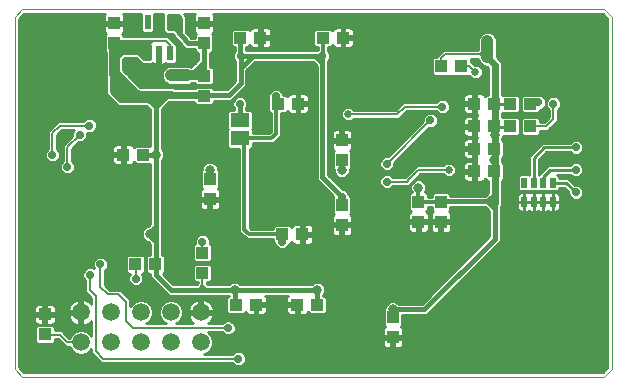
<source format=gbl>
G75*
%MOIN*%
%OFA0B0*%
%FSLAX25Y25*%
%IPPOS*%
%LPD*%
%AMOC8*
5,1,8,0,0,1.08239X$1,22.5*
%
%ADD10C,0.00000*%
%ADD11R,0.03937X0.04331*%
%ADD12R,0.04331X0.03937*%
%ADD13R,0.01969X0.03543*%
%ADD14R,0.02165X0.04724*%
%ADD15C,0.05937*%
%ADD16R,0.06300X0.04600*%
%ADD17C,0.01000*%
%ADD18C,0.03169*%
%ADD19C,0.02775*%
%ADD20C,0.02000*%
%ADD21C,0.04000*%
%ADD22C,0.02400*%
%ADD23C,0.01600*%
%ADD24C,0.00800*%
%ADD25C,0.03150*%
%ADD26C,0.03200*%
%ADD27C,0.01200*%
%ADD28C,0.02578*%
D10*
X0005500Y0013000D02*
X0003000Y0015500D01*
X0003000Y0133000D01*
X0005500Y0135500D01*
X0199500Y0135500D01*
X0202000Y0133000D01*
X0202000Y0015500D01*
X0199500Y0013000D01*
X0005500Y0013000D01*
D11*
X0043154Y0050500D03*
X0049846Y0050500D03*
X0068000Y0072154D03*
X0068000Y0078846D03*
X0112000Y0085154D03*
X0112000Y0091846D03*
X0137500Y0071346D03*
X0145000Y0071346D03*
X0145000Y0064654D03*
X0137500Y0064654D03*
X0112000Y0063654D03*
X0112000Y0070346D03*
X0129000Y0032846D03*
X0129000Y0026154D03*
X0145154Y0116500D03*
X0151846Y0116500D03*
X0066000Y0124154D03*
X0066000Y0130846D03*
X0036000Y0130846D03*
X0036000Y0124154D03*
D12*
X0066000Y0113346D03*
X0066000Y0106654D03*
X0090654Y0104000D03*
X0097346Y0104000D03*
X0105654Y0126000D03*
X0112346Y0126000D03*
X0084846Y0126000D03*
X0078154Y0126000D03*
X0045846Y0087000D03*
X0039154Y0087000D03*
X0065500Y0054346D03*
X0065500Y0047654D03*
X0076654Y0037000D03*
X0083346Y0037000D03*
X0097154Y0037000D03*
X0103846Y0037000D03*
X0098846Y0060500D03*
X0092154Y0060500D03*
X0156154Y0081500D03*
X0162846Y0081500D03*
X0162846Y0089000D03*
X0156154Y0089000D03*
X0156154Y0096500D03*
X0162846Y0096500D03*
X0168154Y0096500D03*
X0174846Y0096500D03*
X0174846Y0104000D03*
X0168154Y0104000D03*
X0162846Y0104000D03*
X0156154Y0104000D03*
X0013000Y0033846D03*
X0013000Y0027154D03*
D13*
X0172776Y0071350D03*
X0175925Y0071350D03*
X0179075Y0071350D03*
X0182224Y0071350D03*
X0182224Y0077650D03*
X0179075Y0077650D03*
X0175925Y0077650D03*
X0172776Y0077650D03*
D14*
X0054740Y0120882D03*
X0051000Y0120882D03*
X0047260Y0120882D03*
X0047260Y0131118D03*
X0054740Y0131118D03*
D15*
X0055000Y0034500D03*
X0045000Y0034500D03*
X0035000Y0034500D03*
X0025000Y0034500D03*
X0025000Y0024500D03*
X0035000Y0024500D03*
X0045000Y0024500D03*
X0055000Y0024500D03*
X0065000Y0024500D03*
X0065000Y0034500D03*
D16*
X0078000Y0092500D03*
X0078000Y0098500D03*
D17*
X0082250Y0098872D02*
X0088300Y0098872D01*
X0088300Y0099870D02*
X0082250Y0099870D01*
X0082250Y0100869D02*
X0088300Y0100869D01*
X0088300Y0100931D02*
X0088300Y0094704D01*
X0087796Y0094200D01*
X0082250Y0094200D01*
X0082250Y0095256D01*
X0082006Y0095500D01*
X0082250Y0095744D01*
X0082250Y0101256D01*
X0081606Y0101900D01*
X0079900Y0101900D01*
X0079900Y0102382D01*
X0080109Y0102591D01*
X0080487Y0103505D01*
X0080487Y0104495D01*
X0080109Y0105409D01*
X0079409Y0106109D01*
X0078495Y0106487D01*
X0077505Y0106487D01*
X0076591Y0106109D01*
X0075891Y0105409D01*
X0075513Y0104495D01*
X0075513Y0103505D01*
X0075891Y0102591D01*
X0076100Y0102382D01*
X0076100Y0101900D01*
X0074394Y0101900D01*
X0073750Y0101256D01*
X0073750Y0095744D01*
X0073994Y0095500D01*
X0073750Y0095256D01*
X0073750Y0089744D01*
X0074394Y0089100D01*
X0077800Y0089100D01*
X0077800Y0061296D01*
X0078796Y0060300D01*
X0079300Y0059796D01*
X0080296Y0058800D01*
X0088888Y0058800D01*
X0088888Y0058076D01*
X0089497Y0057467D01*
X0089860Y0056591D01*
X0090559Y0055891D01*
X0091474Y0055513D01*
X0092463Y0055513D01*
X0093377Y0055891D01*
X0094077Y0056591D01*
X0094425Y0057431D01*
X0094775Y0057431D01*
X0095288Y0057945D01*
X0095481Y0057610D01*
X0095760Y0057331D01*
X0096102Y0057134D01*
X0096484Y0057031D01*
X0098362Y0057031D01*
X0098362Y0060016D01*
X0099331Y0060016D01*
X0099331Y0060984D01*
X0102512Y0060984D01*
X0102512Y0062666D01*
X0102410Y0063047D01*
X0102212Y0063390D01*
X0101933Y0063669D01*
X0101591Y0063866D01*
X0101209Y0063968D01*
X0099331Y0063968D01*
X0099331Y0060984D01*
X0098362Y0060984D01*
X0098362Y0063968D01*
X0096484Y0063968D01*
X0096102Y0063866D01*
X0095760Y0063669D01*
X0095481Y0063390D01*
X0095288Y0063055D01*
X0094775Y0063568D01*
X0089533Y0063568D01*
X0088888Y0062924D01*
X0088888Y0062200D01*
X0081704Y0062200D01*
X0081200Y0062704D01*
X0081200Y0089100D01*
X0081606Y0089100D01*
X0082250Y0089744D01*
X0082250Y0090800D01*
X0089204Y0090800D01*
X0090704Y0092300D01*
X0091700Y0093296D01*
X0091700Y0100931D01*
X0093275Y0100931D01*
X0093788Y0101445D01*
X0093981Y0101110D01*
X0094260Y0100831D01*
X0094602Y0100634D01*
X0094984Y0100531D01*
X0096862Y0100531D01*
X0096862Y0103516D01*
X0097831Y0103516D01*
X0097831Y0104484D01*
X0101012Y0104484D01*
X0101012Y0106166D01*
X0100910Y0106547D01*
X0100712Y0106890D01*
X0100433Y0107169D01*
X0100091Y0107366D01*
X0099709Y0107468D01*
X0097831Y0107468D01*
X0097831Y0104484D01*
X0096862Y0104484D01*
X0096862Y0107468D01*
X0094984Y0107468D01*
X0094602Y0107366D01*
X0094260Y0107169D01*
X0093981Y0106890D01*
X0093788Y0106555D01*
X0093275Y0107068D01*
X0092457Y0107068D01*
X0092109Y0107909D01*
X0091409Y0108609D01*
X0090495Y0108987D01*
X0089505Y0108987D01*
X0088591Y0108609D01*
X0087891Y0107909D01*
X0087513Y0106995D01*
X0087513Y0106549D01*
X0087388Y0106424D01*
X0087388Y0101576D01*
X0088033Y0100931D01*
X0088300Y0100931D01*
X0087388Y0101868D02*
X0081638Y0101868D01*
X0080223Y0102866D02*
X0087388Y0102866D01*
X0087388Y0103865D02*
X0080487Y0103865D01*
X0080335Y0104863D02*
X0087388Y0104863D01*
X0087388Y0105862D02*
X0079656Y0105862D01*
X0076947Y0106860D02*
X0087513Y0106860D01*
X0087870Y0107859D02*
X0077946Y0107859D01*
X0078944Y0108857D02*
X0089191Y0108857D01*
X0090809Y0108857D02*
X0103600Y0108857D01*
X0103600Y0107859D02*
X0092130Y0107859D01*
X0093483Y0106860D02*
X0093964Y0106860D01*
X0090000Y0106500D02*
X0090000Y0103846D01*
X0091700Y0100869D02*
X0094222Y0100869D01*
X0096862Y0100869D02*
X0097831Y0100869D01*
X0097831Y0100531D02*
X0099709Y0100531D01*
X0100091Y0100634D01*
X0100433Y0100831D01*
X0100712Y0101110D01*
X0100910Y0101453D01*
X0101012Y0101834D01*
X0101012Y0103516D01*
X0097831Y0103516D01*
X0097831Y0100531D01*
X0097831Y0101868D02*
X0096862Y0101868D01*
X0096862Y0102866D02*
X0097831Y0102866D01*
X0097831Y0103865D02*
X0103600Y0103865D01*
X0103600Y0104863D02*
X0101012Y0104863D01*
X0101012Y0105862D02*
X0103600Y0105862D01*
X0103600Y0106860D02*
X0100729Y0106860D01*
X0097831Y0106860D02*
X0096862Y0106860D01*
X0096862Y0105862D02*
X0097831Y0105862D01*
X0097831Y0104863D02*
X0096862Y0104863D01*
X0101012Y0102866D02*
X0103600Y0102866D01*
X0103600Y0101868D02*
X0101012Y0101868D01*
X0100471Y0100869D02*
X0103600Y0100869D01*
X0103600Y0099870D02*
X0091700Y0099870D01*
X0091700Y0098872D02*
X0103600Y0098872D01*
X0103600Y0097873D02*
X0091700Y0097873D01*
X0091700Y0096875D02*
X0103600Y0096875D01*
X0103600Y0095876D02*
X0091700Y0095876D01*
X0091700Y0094878D02*
X0103600Y0094878D01*
X0103600Y0093879D02*
X0091700Y0093879D01*
X0091285Y0092881D02*
X0103600Y0092881D01*
X0103600Y0091882D02*
X0090287Y0091882D01*
X0089288Y0090884D02*
X0103600Y0090884D01*
X0103600Y0089885D02*
X0082250Y0089885D01*
X0081200Y0088887D02*
X0103600Y0088887D01*
X0103600Y0087888D02*
X0081200Y0087888D01*
X0081200Y0086890D02*
X0103600Y0086890D01*
X0103600Y0085891D02*
X0081200Y0085891D01*
X0081200Y0084893D02*
X0103600Y0084893D01*
X0103600Y0083894D02*
X0081200Y0083894D01*
X0081200Y0082896D02*
X0103600Y0082896D01*
X0103600Y0081897D02*
X0081200Y0081897D01*
X0081200Y0080899D02*
X0103600Y0080899D01*
X0103600Y0079900D02*
X0081200Y0079900D01*
X0081200Y0078902D02*
X0103600Y0078902D01*
X0103600Y0078713D02*
X0109139Y0073174D01*
X0108931Y0072967D01*
X0108931Y0067725D01*
X0109445Y0067212D01*
X0109110Y0067019D01*
X0108831Y0066740D01*
X0108634Y0066398D01*
X0108531Y0066016D01*
X0108531Y0064138D01*
X0111516Y0064138D01*
X0111516Y0063169D01*
X0112484Y0063169D01*
X0112484Y0059988D01*
X0114166Y0059988D01*
X0114547Y0060090D01*
X0114890Y0060288D01*
X0115169Y0060567D01*
X0115366Y0060909D01*
X0115468Y0061291D01*
X0115468Y0063169D01*
X0112484Y0063169D01*
X0112484Y0064138D01*
X0115468Y0064138D01*
X0115468Y0066016D01*
X0115366Y0066398D01*
X0115169Y0066740D01*
X0114890Y0067019D01*
X0114555Y0067212D01*
X0115068Y0067725D01*
X0115068Y0072967D01*
X0114449Y0073587D01*
X0114109Y0074409D01*
X0113409Y0075109D01*
X0112495Y0075487D01*
X0112200Y0075487D01*
X0107400Y0080287D01*
X0107400Y0118382D01*
X0107609Y0118591D01*
X0107987Y0119505D01*
X0107987Y0120495D01*
X0107609Y0121409D01*
X0107354Y0121664D01*
X0107354Y0122931D01*
X0108275Y0122931D01*
X0108788Y0123445D01*
X0108981Y0123110D01*
X0109260Y0122831D01*
X0109602Y0122634D01*
X0109984Y0122531D01*
X0111862Y0122531D01*
X0111862Y0125516D01*
X0112831Y0125516D01*
X0112831Y0126484D01*
X0116012Y0126484D01*
X0116012Y0128166D01*
X0115910Y0128547D01*
X0115712Y0128890D01*
X0115433Y0129169D01*
X0115091Y0129366D01*
X0114709Y0129468D01*
X0112831Y0129468D01*
X0112831Y0126484D01*
X0111862Y0126484D01*
X0111862Y0129468D01*
X0109984Y0129468D01*
X0109602Y0129366D01*
X0109260Y0129169D01*
X0108981Y0128890D01*
X0108788Y0128555D01*
X0108275Y0129068D01*
X0103033Y0129068D01*
X0102388Y0128424D01*
X0102388Y0123576D01*
X0103033Y0122931D01*
X0103954Y0122931D01*
X0103954Y0121971D01*
X0103882Y0121900D01*
X0080054Y0121900D01*
X0080054Y0122931D01*
X0080775Y0122931D01*
X0081288Y0123445D01*
X0081481Y0123110D01*
X0081760Y0122831D01*
X0082102Y0122634D01*
X0082484Y0122531D01*
X0084362Y0122531D01*
X0084362Y0125516D01*
X0085331Y0125516D01*
X0085331Y0126484D01*
X0088512Y0126484D01*
X0088512Y0128166D01*
X0088410Y0128547D01*
X0088212Y0128890D01*
X0087933Y0129169D01*
X0087591Y0129366D01*
X0087209Y0129468D01*
X0085331Y0129468D01*
X0085331Y0126484D01*
X0084362Y0126484D01*
X0084362Y0129468D01*
X0082484Y0129468D01*
X0082102Y0129366D01*
X0081760Y0129169D01*
X0081481Y0128890D01*
X0081288Y0128555D01*
X0080775Y0129068D01*
X0075533Y0129068D01*
X0074888Y0128424D01*
X0074888Y0123576D01*
X0075533Y0122931D01*
X0076254Y0122931D01*
X0076254Y0121571D01*
X0076091Y0121409D01*
X0075713Y0120495D01*
X0075713Y0119505D01*
X0076091Y0118591D01*
X0076300Y0118382D01*
X0076300Y0111587D01*
X0073613Y0108900D01*
X0069265Y0108900D01*
X0069265Y0109078D01*
X0068621Y0109722D01*
X0063379Y0109722D01*
X0062957Y0109300D01*
X0056463Y0109300D01*
X0056163Y0109600D01*
X0044663Y0109600D01*
X0041214Y0113049D01*
X0041128Y0113256D01*
X0040256Y0114128D01*
X0040049Y0114214D01*
X0039100Y0115163D01*
X0039100Y0118837D01*
X0039663Y0119400D01*
X0043337Y0119400D01*
X0045337Y0117400D01*
X0048663Y0117400D01*
X0048682Y0117420D01*
X0048798Y0117420D01*
X0048847Y0117469D01*
X0048996Y0117319D01*
X0049338Y0117122D01*
X0049720Y0117020D01*
X0050959Y0117020D01*
X0050959Y0120840D01*
X0051041Y0120840D01*
X0051041Y0117020D01*
X0052280Y0117020D01*
X0052662Y0117122D01*
X0053004Y0117319D01*
X0053153Y0117469D01*
X0053202Y0117420D01*
X0056278Y0117420D01*
X0056923Y0118064D01*
X0056923Y0123700D01*
X0056278Y0124344D01*
X0056240Y0124344D01*
X0056240Y0124381D01*
X0055000Y0125621D01*
X0054121Y0126500D01*
X0045525Y0126500D01*
X0045479Y0126454D01*
X0039068Y0126454D01*
X0039068Y0126775D01*
X0038555Y0127288D01*
X0038890Y0127481D01*
X0039169Y0127760D01*
X0039366Y0128102D01*
X0039468Y0128484D01*
X0039468Y0130362D01*
X0036484Y0130362D01*
X0036484Y0131331D01*
X0039468Y0131331D01*
X0039468Y0133209D01*
X0039366Y0133591D01*
X0039169Y0133933D01*
X0039102Y0134000D01*
X0045141Y0134000D01*
X0045077Y0133936D01*
X0045077Y0128300D01*
X0045722Y0127656D01*
X0048798Y0127656D01*
X0049443Y0128300D01*
X0049443Y0133936D01*
X0049378Y0134000D01*
X0052400Y0134000D01*
X0052400Y0128337D01*
X0053337Y0127400D01*
X0055423Y0127400D01*
X0058805Y0123451D01*
X0058805Y0123367D01*
X0059309Y0122862D01*
X0059774Y0122320D01*
X0059858Y0122313D01*
X0059918Y0122254D01*
X0060631Y0122254D01*
X0061343Y0122199D01*
X0061407Y0122254D01*
X0062931Y0122254D01*
X0062931Y0121533D01*
X0063576Y0120888D01*
X0064100Y0120888D01*
X0064100Y0118787D01*
X0062963Y0117650D01*
X0061850Y0116537D01*
X0061680Y0116367D01*
X0061117Y0116600D01*
X0054383Y0116600D01*
X0053244Y0116128D01*
X0052372Y0115256D01*
X0051900Y0114117D01*
X0051900Y0112883D01*
X0052372Y0111744D01*
X0053244Y0110872D01*
X0054383Y0110400D01*
X0061117Y0110400D01*
X0062082Y0110800D01*
X0062857Y0110800D01*
X0063379Y0110278D01*
X0068621Y0110278D01*
X0069265Y0110922D01*
X0069265Y0115771D01*
X0068621Y0116415D01*
X0067900Y0116415D01*
X0067900Y0120888D01*
X0068424Y0120888D01*
X0069068Y0121533D01*
X0069068Y0126775D01*
X0068555Y0127288D01*
X0068890Y0127481D01*
X0069169Y0127760D01*
X0069366Y0128102D01*
X0069468Y0128484D01*
X0069468Y0130362D01*
X0066484Y0130362D01*
X0066484Y0131331D01*
X0069468Y0131331D01*
X0069468Y0133209D01*
X0069366Y0133591D01*
X0069169Y0133933D01*
X0069102Y0134000D01*
X0198879Y0134000D01*
X0200500Y0132379D01*
X0200500Y0016121D01*
X0198879Y0014500D01*
X0006121Y0014500D01*
X0004500Y0016121D01*
X0004500Y0132379D01*
X0006121Y0134000D01*
X0032898Y0134000D01*
X0032831Y0133933D01*
X0032634Y0133591D01*
X0032531Y0133209D01*
X0032531Y0131331D01*
X0035516Y0131331D01*
X0035516Y0130362D01*
X0032531Y0130362D01*
X0032531Y0128484D01*
X0032634Y0128102D01*
X0032831Y0127760D01*
X0033110Y0127481D01*
X0033445Y0127288D01*
X0032931Y0126775D01*
X0032931Y0121533D01*
X0033300Y0121164D01*
X0033300Y0113463D01*
X0033400Y0113222D01*
X0033400Y0107337D01*
X0035786Y0104951D01*
X0035872Y0104744D01*
X0036744Y0103872D01*
X0036951Y0103786D01*
X0037337Y0103400D01*
X0046837Y0103400D01*
X0048100Y0102137D01*
X0048100Y0090068D01*
X0043225Y0090068D01*
X0042712Y0089555D01*
X0042519Y0089890D01*
X0042240Y0090169D01*
X0041898Y0090366D01*
X0041516Y0090468D01*
X0039638Y0090468D01*
X0039638Y0087484D01*
X0038669Y0087484D01*
X0038669Y0086516D01*
X0035488Y0086516D01*
X0035488Y0084834D01*
X0035590Y0084453D01*
X0035788Y0084110D01*
X0036067Y0083831D01*
X0036409Y0083634D01*
X0036791Y0083531D01*
X0038669Y0083531D01*
X0038669Y0086516D01*
X0039638Y0086516D01*
X0039638Y0083531D01*
X0041516Y0083531D01*
X0041898Y0083634D01*
X0042240Y0083831D01*
X0042519Y0084110D01*
X0042712Y0084445D01*
X0043225Y0083931D01*
X0048100Y0083931D01*
X0048100Y0063987D01*
X0047331Y0063218D01*
X0046485Y0062868D01*
X0045732Y0062115D01*
X0045325Y0061132D01*
X0045325Y0060068D01*
X0045732Y0059085D01*
X0046485Y0058332D01*
X0047331Y0057982D01*
X0048100Y0057213D01*
X0048100Y0053765D01*
X0047422Y0053765D01*
X0046778Y0053121D01*
X0046778Y0047879D01*
X0047422Y0047235D01*
X0048100Y0047235D01*
X0048100Y0046213D01*
X0054213Y0040100D01*
X0074300Y0040100D01*
X0074300Y0040068D01*
X0074033Y0040068D01*
X0073388Y0039424D01*
X0073388Y0034576D01*
X0074033Y0033931D01*
X0079275Y0033931D01*
X0079788Y0034445D01*
X0079981Y0034110D01*
X0080260Y0033831D01*
X0080602Y0033634D01*
X0080984Y0033531D01*
X0082862Y0033531D01*
X0082862Y0036516D01*
X0083831Y0036516D01*
X0083831Y0037484D01*
X0087012Y0037484D01*
X0087012Y0039166D01*
X0086910Y0039547D01*
X0086712Y0039890D01*
X0086502Y0040100D01*
X0093998Y0040100D01*
X0093788Y0039890D01*
X0093590Y0039547D01*
X0093488Y0039166D01*
X0093488Y0037484D01*
X0096669Y0037484D01*
X0096669Y0036516D01*
X0093488Y0036516D01*
X0093488Y0034834D01*
X0093590Y0034453D01*
X0093788Y0034110D01*
X0094067Y0033831D01*
X0094409Y0033634D01*
X0094791Y0033531D01*
X0096669Y0033531D01*
X0096669Y0036516D01*
X0097638Y0036516D01*
X0097638Y0033531D01*
X0099516Y0033531D01*
X0099898Y0033634D01*
X0100240Y0033831D01*
X0100519Y0034110D01*
X0100712Y0034445D01*
X0101225Y0033931D01*
X0106467Y0033931D01*
X0107112Y0034576D01*
X0107112Y0039424D01*
X0106467Y0040068D01*
X0105746Y0040068D01*
X0105746Y0040164D01*
X0106068Y0040485D01*
X0106475Y0041468D01*
X0106475Y0042532D01*
X0106068Y0043515D01*
X0105315Y0044268D01*
X0104332Y0044675D01*
X0103268Y0044675D01*
X0102285Y0044268D01*
X0101917Y0043900D01*
X0078083Y0043900D01*
X0077715Y0044268D01*
X0076732Y0044675D01*
X0075668Y0044675D01*
X0074685Y0044268D01*
X0074317Y0043900D01*
X0067221Y0043900D01*
X0067000Y0044121D01*
X0067000Y0044585D01*
X0068121Y0044585D01*
X0068765Y0045229D01*
X0068765Y0050078D01*
X0068121Y0050722D01*
X0062879Y0050722D01*
X0062235Y0050078D01*
X0062235Y0045229D01*
X0062879Y0044585D01*
X0064000Y0044585D01*
X0064000Y0044121D01*
X0063779Y0043900D01*
X0055787Y0043900D01*
X0052361Y0047326D01*
X0052915Y0047879D01*
X0052915Y0053121D01*
X0052271Y0053765D01*
X0051900Y0053765D01*
X0051900Y0085117D01*
X0052268Y0085485D01*
X0052675Y0086468D01*
X0052675Y0087532D01*
X0052268Y0088515D01*
X0051900Y0088883D01*
X0051900Y0102137D01*
X0054463Y0104700D01*
X0062735Y0104700D01*
X0062735Y0104229D01*
X0063379Y0103585D01*
X0068621Y0103585D01*
X0069265Y0104229D01*
X0069265Y0105100D01*
X0075187Y0105100D01*
X0076300Y0106213D01*
X0078987Y0108900D01*
X0080100Y0110013D01*
X0080100Y0115213D01*
X0082987Y0118100D01*
X0102213Y0118100D01*
X0103600Y0116713D01*
X0103600Y0078713D01*
X0104410Y0077903D02*
X0081200Y0077903D01*
X0081200Y0076905D02*
X0105408Y0076905D01*
X0106407Y0075906D02*
X0081200Y0075906D01*
X0081200Y0074908D02*
X0107405Y0074908D01*
X0108404Y0073909D02*
X0081200Y0073909D01*
X0081200Y0072911D02*
X0108931Y0072911D01*
X0108931Y0071912D02*
X0081200Y0071912D01*
X0081200Y0070914D02*
X0108931Y0070914D01*
X0108931Y0069915D02*
X0081200Y0069915D01*
X0081200Y0068917D02*
X0108931Y0068917D01*
X0108931Y0067918D02*
X0081200Y0067918D01*
X0081200Y0066920D02*
X0109011Y0066920D01*
X0108531Y0065921D02*
X0081200Y0065921D01*
X0081200Y0064923D02*
X0108531Y0064923D01*
X0108531Y0063169D02*
X0108531Y0061291D01*
X0108634Y0060909D01*
X0108831Y0060567D01*
X0109110Y0060288D01*
X0109453Y0060090D01*
X0109834Y0059988D01*
X0111516Y0059988D01*
X0111516Y0063169D01*
X0108531Y0063169D01*
X0108531Y0062926D02*
X0102442Y0062926D01*
X0102512Y0061927D02*
X0108531Y0061927D01*
X0108629Y0060929D02*
X0099331Y0060929D01*
X0099331Y0060016D02*
X0102512Y0060016D01*
X0102512Y0058334D01*
X0102410Y0057953D01*
X0102212Y0057610D01*
X0101933Y0057331D01*
X0101591Y0057134D01*
X0101209Y0057031D01*
X0099331Y0057031D01*
X0099331Y0060016D01*
X0099331Y0059930D02*
X0098362Y0059930D01*
X0098362Y0058932D02*
X0099331Y0058932D01*
X0099331Y0057933D02*
X0098362Y0057933D01*
X0095295Y0057933D02*
X0095276Y0057933D01*
X0094219Y0056934D02*
X0158248Y0056934D01*
X0159246Y0057933D02*
X0102398Y0057933D01*
X0102512Y0058932D02*
X0160245Y0058932D01*
X0161100Y0059787D02*
X0138713Y0037400D01*
X0130883Y0037400D01*
X0130515Y0037768D01*
X0129532Y0038175D01*
X0128468Y0038175D01*
X0127485Y0037768D01*
X0126732Y0037015D01*
X0126325Y0036032D01*
X0126325Y0035861D01*
X0125931Y0035467D01*
X0125931Y0030225D01*
X0126445Y0029712D01*
X0126110Y0029519D01*
X0125831Y0029240D01*
X0125634Y0028898D01*
X0125531Y0028516D01*
X0125531Y0026638D01*
X0128516Y0026638D01*
X0128516Y0025669D01*
X0129484Y0025669D01*
X0129484Y0022488D01*
X0131166Y0022488D01*
X0131547Y0022590D01*
X0131890Y0022788D01*
X0132169Y0023067D01*
X0132366Y0023409D01*
X0132468Y0023791D01*
X0132468Y0025669D01*
X0129484Y0025669D01*
X0129484Y0026638D01*
X0132468Y0026638D01*
X0132468Y0028516D01*
X0132366Y0028898D01*
X0132169Y0029240D01*
X0131890Y0029519D01*
X0131555Y0029712D01*
X0132068Y0030225D01*
X0132068Y0033600D01*
X0140287Y0033600D01*
X0141400Y0034713D01*
X0164900Y0058213D01*
X0164900Y0069647D01*
X0165300Y0070047D01*
X0165300Y0078431D01*
X0165467Y0078431D01*
X0166112Y0079076D01*
X0166112Y0083924D01*
X0165467Y0084568D01*
X0165459Y0084568D01*
X0165521Y0084718D01*
X0165521Y0085782D01*
X0165459Y0085931D01*
X0165467Y0085931D01*
X0166112Y0086576D01*
X0166112Y0091424D01*
X0165467Y0092068D01*
X0165300Y0092068D01*
X0165300Y0092313D01*
X0165675Y0093218D01*
X0165675Y0093431D01*
X0170775Y0093431D01*
X0171419Y0094076D01*
X0171419Y0098924D01*
X0170775Y0099568D01*
X0165533Y0099568D01*
X0165500Y0099536D01*
X0165467Y0099568D01*
X0165300Y0099568D01*
X0165300Y0100931D01*
X0165467Y0100931D01*
X0165500Y0100964D01*
X0165533Y0100931D01*
X0170775Y0100931D01*
X0171419Y0101576D01*
X0171419Y0106424D01*
X0170775Y0107068D01*
X0165533Y0107068D01*
X0165500Y0107036D01*
X0165467Y0107068D01*
X0165300Y0107068D01*
X0165300Y0117953D01*
X0163953Y0119300D01*
X0163600Y0119653D01*
X0163600Y0125617D01*
X0163128Y0126756D01*
X0162256Y0127628D01*
X0161117Y0128100D01*
X0159883Y0128100D01*
X0158744Y0127628D01*
X0157872Y0126756D01*
X0157400Y0125617D01*
X0157400Y0122021D01*
X0157379Y0122000D01*
X0145879Y0122000D01*
X0143654Y0119775D01*
X0143654Y0119765D01*
X0142729Y0119765D01*
X0142085Y0119121D01*
X0142085Y0113879D01*
X0142729Y0113235D01*
X0147578Y0113235D01*
X0147743Y0113400D01*
X0149257Y0113400D01*
X0149422Y0113235D01*
X0154271Y0113235D01*
X0154329Y0113293D01*
X0155510Y0112111D01*
X0157490Y0112111D01*
X0158889Y0113510D01*
X0158889Y0115490D01*
X0157490Y0116889D01*
X0156232Y0116889D01*
X0155121Y0118000D01*
X0154915Y0118000D01*
X0154915Y0119000D01*
X0157379Y0119000D01*
X0157400Y0118979D01*
X0157400Y0118883D01*
X0157872Y0117744D01*
X0158744Y0116872D01*
X0159883Y0116400D01*
X0160347Y0116400D01*
X0160700Y0116047D01*
X0160700Y0107068D01*
X0160225Y0107068D01*
X0159712Y0106555D01*
X0159519Y0106890D01*
X0159240Y0107169D01*
X0158898Y0107366D01*
X0158516Y0107468D01*
X0156638Y0107468D01*
X0156638Y0104484D01*
X0155669Y0104484D01*
X0155669Y0103516D01*
X0152488Y0103516D01*
X0152488Y0101834D01*
X0152590Y0101453D01*
X0152788Y0101110D01*
X0153067Y0100831D01*
X0153409Y0100634D01*
X0153791Y0100531D01*
X0155669Y0100531D01*
X0155669Y0103516D01*
X0156638Y0103516D01*
X0156638Y0100531D01*
X0156900Y0100531D01*
X0156900Y0099968D01*
X0156638Y0099968D01*
X0156638Y0096984D01*
X0155669Y0096984D01*
X0155669Y0096016D01*
X0152488Y0096016D01*
X0152488Y0094334D01*
X0152590Y0093953D01*
X0152788Y0093610D01*
X0153067Y0093331D01*
X0153409Y0093134D01*
X0153791Y0093031D01*
X0155669Y0093031D01*
X0155669Y0096016D01*
X0156638Y0096016D01*
X0156638Y0093031D01*
X0156900Y0093031D01*
X0156900Y0092468D01*
X0156638Y0092468D01*
X0156638Y0089484D01*
X0155669Y0089484D01*
X0155669Y0088516D01*
X0152488Y0088516D01*
X0152488Y0086834D01*
X0152590Y0086453D01*
X0152788Y0086110D01*
X0153067Y0085831D01*
X0153409Y0085634D01*
X0153791Y0085531D01*
X0155669Y0085531D01*
X0155669Y0088516D01*
X0156638Y0088516D01*
X0156638Y0085531D01*
X0156700Y0085531D01*
X0156700Y0084968D01*
X0156638Y0084968D01*
X0156638Y0081984D01*
X0155669Y0081984D01*
X0155669Y0081016D01*
X0152488Y0081016D01*
X0152488Y0079334D01*
X0152590Y0078953D01*
X0152788Y0078610D01*
X0153067Y0078331D01*
X0153409Y0078134D01*
X0153791Y0078031D01*
X0155669Y0078031D01*
X0155669Y0081016D01*
X0156638Y0081016D01*
X0156638Y0078031D01*
X0158516Y0078031D01*
X0158898Y0078134D01*
X0159240Y0078331D01*
X0159519Y0078610D01*
X0159712Y0078945D01*
X0160225Y0078431D01*
X0160700Y0078431D01*
X0160700Y0074387D01*
X0159713Y0073400D01*
X0148068Y0073400D01*
X0148068Y0073967D01*
X0147424Y0074612D01*
X0142576Y0074612D01*
X0141931Y0073967D01*
X0141931Y0073046D01*
X0140568Y0073046D01*
X0140568Y0073967D01*
X0139924Y0074612D01*
X0139781Y0074612D01*
X0140175Y0075562D01*
X0140175Y0076627D01*
X0139768Y0077610D01*
X0139015Y0078362D01*
X0138032Y0078769D01*
X0136968Y0078769D01*
X0135985Y0078362D01*
X0135232Y0077610D01*
X0134825Y0076627D01*
X0134825Y0075562D01*
X0135219Y0074612D01*
X0135076Y0074612D01*
X0134431Y0073967D01*
X0134431Y0068725D01*
X0134945Y0068212D01*
X0134610Y0068019D01*
X0134331Y0067740D01*
X0134134Y0067398D01*
X0134031Y0067016D01*
X0134031Y0065138D01*
X0137016Y0065138D01*
X0137016Y0064169D01*
X0137984Y0064169D01*
X0137984Y0060988D01*
X0139666Y0060988D01*
X0140047Y0061090D01*
X0140390Y0061288D01*
X0140669Y0061567D01*
X0140866Y0061909D01*
X0140968Y0062291D01*
X0140968Y0064169D01*
X0137984Y0064169D01*
X0137984Y0065138D01*
X0140968Y0065138D01*
X0140968Y0067016D01*
X0140866Y0067398D01*
X0140669Y0067740D01*
X0140390Y0068019D01*
X0140055Y0068212D01*
X0140568Y0068725D01*
X0140568Y0069646D01*
X0141931Y0069646D01*
X0141931Y0068725D01*
X0142445Y0068212D01*
X0142110Y0068019D01*
X0141831Y0067740D01*
X0141634Y0067398D01*
X0141531Y0067016D01*
X0141531Y0065138D01*
X0144516Y0065138D01*
X0144516Y0064169D01*
X0145484Y0064169D01*
X0145484Y0060988D01*
X0147166Y0060988D01*
X0147547Y0061090D01*
X0147890Y0061288D01*
X0148169Y0061567D01*
X0148366Y0061909D01*
X0148468Y0062291D01*
X0148468Y0064169D01*
X0145484Y0064169D01*
X0145484Y0065138D01*
X0148468Y0065138D01*
X0148468Y0067016D01*
X0148366Y0067398D01*
X0148169Y0067740D01*
X0147890Y0068019D01*
X0147555Y0068212D01*
X0148068Y0068725D01*
X0148068Y0069600D01*
X0159713Y0069600D01*
X0161100Y0068213D01*
X0161100Y0059787D01*
X0161100Y0059930D02*
X0102512Y0059930D01*
X0099331Y0061927D02*
X0098362Y0061927D01*
X0098362Y0062926D02*
X0099331Y0062926D01*
X0099331Y0063924D02*
X0098362Y0063924D01*
X0096318Y0063924D02*
X0081200Y0063924D01*
X0081200Y0062926D02*
X0088890Y0062926D01*
X0092154Y0060500D02*
X0092154Y0058154D01*
X0091969Y0058000D01*
X0089717Y0056934D02*
X0068601Y0056934D01*
X0068765Y0056771D02*
X0068121Y0057415D01*
X0067950Y0057415D01*
X0067987Y0057505D01*
X0067987Y0058495D01*
X0067609Y0059409D01*
X0066909Y0060109D01*
X0065995Y0060487D01*
X0065005Y0060487D01*
X0064091Y0060109D01*
X0063391Y0059409D01*
X0063013Y0058495D01*
X0063013Y0057505D01*
X0063050Y0057415D01*
X0062879Y0057415D01*
X0062235Y0056771D01*
X0062235Y0051922D01*
X0062879Y0051278D01*
X0068121Y0051278D01*
X0068765Y0051922D01*
X0068765Y0056771D01*
X0068765Y0055936D02*
X0090515Y0055936D01*
X0089031Y0057933D02*
X0067987Y0057933D01*
X0067806Y0058932D02*
X0080164Y0058932D01*
X0079166Y0059930D02*
X0067088Y0059930D01*
X0063912Y0059930D02*
X0051900Y0059930D01*
X0051900Y0058932D02*
X0063194Y0058932D01*
X0063013Y0057933D02*
X0051900Y0057933D01*
X0051900Y0056934D02*
X0062399Y0056934D01*
X0062235Y0055936D02*
X0051900Y0055936D01*
X0051900Y0054937D02*
X0062235Y0054937D01*
X0062235Y0053939D02*
X0051900Y0053939D01*
X0052915Y0052940D02*
X0062235Y0052940D01*
X0062235Y0051942D02*
X0052915Y0051942D01*
X0052915Y0050943D02*
X0152256Y0050943D01*
X0151258Y0049945D02*
X0068765Y0049945D01*
X0068765Y0048946D02*
X0150259Y0048946D01*
X0149261Y0047948D02*
X0068765Y0047948D01*
X0068765Y0046949D02*
X0148262Y0046949D01*
X0147264Y0045951D02*
X0068765Y0045951D01*
X0068488Y0044952D02*
X0146265Y0044952D01*
X0145267Y0043954D02*
X0105629Y0043954D01*
X0106299Y0042955D02*
X0144268Y0042955D01*
X0143270Y0041957D02*
X0106475Y0041957D01*
X0106264Y0040958D02*
X0142271Y0040958D01*
X0141273Y0039960D02*
X0106576Y0039960D01*
X0107112Y0038961D02*
X0140274Y0038961D01*
X0139276Y0037963D02*
X0130044Y0037963D01*
X0127956Y0037963D02*
X0107112Y0037963D01*
X0107112Y0036964D02*
X0126711Y0036964D01*
X0126325Y0035966D02*
X0107112Y0035966D01*
X0107112Y0034967D02*
X0125931Y0034967D01*
X0125931Y0033969D02*
X0106505Y0033969D01*
X0101188Y0033969D02*
X0100377Y0033969D01*
X0097638Y0033969D02*
X0096669Y0033969D01*
X0096669Y0034967D02*
X0097638Y0034967D01*
X0097638Y0035966D02*
X0096669Y0035966D01*
X0096669Y0036964D02*
X0083831Y0036964D01*
X0083831Y0036516D02*
X0087012Y0036516D01*
X0087012Y0034834D01*
X0086910Y0034453D01*
X0086712Y0034110D01*
X0086433Y0033831D01*
X0086091Y0033634D01*
X0085709Y0033531D01*
X0083831Y0033531D01*
X0083831Y0036516D01*
X0083831Y0035966D02*
X0082862Y0035966D01*
X0082862Y0034967D02*
X0083831Y0034967D01*
X0083831Y0033969D02*
X0082862Y0033969D01*
X0080123Y0033969D02*
X0079312Y0033969D01*
X0076209Y0030709D02*
X0075509Y0031409D01*
X0074595Y0031787D01*
X0073605Y0031787D01*
X0072691Y0031409D01*
X0072082Y0030800D01*
X0067510Y0030800D01*
X0067911Y0031092D01*
X0068408Y0031589D01*
X0068822Y0032158D01*
X0069141Y0032785D01*
X0069358Y0033454D01*
X0069447Y0034016D01*
X0065484Y0034016D01*
X0065484Y0034984D01*
X0064516Y0034984D01*
X0064516Y0034016D01*
X0060552Y0034016D01*
X0060642Y0033454D01*
X0060859Y0032785D01*
X0061178Y0032158D01*
X0061592Y0031589D01*
X0062089Y0031092D01*
X0062490Y0030800D01*
X0056699Y0030800D01*
X0057305Y0031051D01*
X0058449Y0032195D01*
X0059068Y0033691D01*
X0059068Y0035309D01*
X0058449Y0036805D01*
X0057305Y0037949D01*
X0055809Y0038568D01*
X0054191Y0038568D01*
X0052695Y0037949D01*
X0051551Y0036805D01*
X0050931Y0035309D01*
X0050931Y0033691D01*
X0051551Y0032195D01*
X0052695Y0031051D01*
X0053301Y0030800D01*
X0046699Y0030800D01*
X0047305Y0031051D01*
X0048449Y0032195D01*
X0049068Y0033691D01*
X0049068Y0035309D01*
X0048449Y0036805D01*
X0047305Y0037949D01*
X0045809Y0038568D01*
X0044191Y0038568D01*
X0042695Y0037949D01*
X0041551Y0036805D01*
X0041500Y0036682D01*
X0041500Y0038621D01*
X0040621Y0039500D01*
X0039000Y0041121D01*
X0039000Y0041121D01*
X0038121Y0042000D01*
X0034621Y0042000D01*
X0033000Y0043621D01*
X0033000Y0048482D01*
X0033609Y0049091D01*
X0033987Y0050005D01*
X0033987Y0050995D01*
X0033609Y0051909D01*
X0032909Y0052609D01*
X0031995Y0052987D01*
X0031005Y0052987D01*
X0030091Y0052609D01*
X0029391Y0051909D01*
X0029013Y0050995D01*
X0029013Y0050005D01*
X0029379Y0049121D01*
X0028495Y0049487D01*
X0027505Y0049487D01*
X0026591Y0049109D01*
X0025891Y0048409D01*
X0025513Y0047495D01*
X0025513Y0046505D01*
X0025891Y0045591D01*
X0026500Y0044982D01*
X0026500Y0041379D01*
X0028500Y0039379D01*
X0028500Y0037285D01*
X0028408Y0037411D01*
X0027911Y0037908D01*
X0027342Y0038322D01*
X0026715Y0038641D01*
X0026046Y0038858D01*
X0025484Y0038947D01*
X0025484Y0034984D01*
X0024516Y0034984D01*
X0024516Y0034016D01*
X0025484Y0034016D01*
X0025484Y0030052D01*
X0026046Y0030142D01*
X0026715Y0030359D01*
X0027342Y0030678D01*
X0027911Y0031092D01*
X0028408Y0031589D01*
X0028500Y0031715D01*
X0028500Y0026682D01*
X0028449Y0026805D01*
X0027305Y0027949D01*
X0025809Y0028568D01*
X0024191Y0028568D01*
X0022695Y0027949D01*
X0021551Y0026805D01*
X0021218Y0026000D01*
X0021121Y0026000D01*
X0019500Y0027621D01*
X0019500Y0027621D01*
X0018621Y0028500D01*
X0016265Y0028500D01*
X0016265Y0029578D01*
X0015621Y0030222D01*
X0010379Y0030222D01*
X0009735Y0029578D01*
X0009735Y0024729D01*
X0010379Y0024085D01*
X0015621Y0024085D01*
X0016265Y0024729D01*
X0016265Y0025500D01*
X0017379Y0025500D01*
X0019000Y0023879D01*
X0019000Y0023879D01*
X0019879Y0023000D01*
X0021218Y0023000D01*
X0021551Y0022195D01*
X0022695Y0021051D01*
X0024191Y0020431D01*
X0025809Y0020431D01*
X0027305Y0021051D01*
X0028449Y0022195D01*
X0028500Y0022318D01*
X0028500Y0020879D01*
X0031000Y0018379D01*
X0031879Y0017500D01*
X0075482Y0017500D01*
X0076091Y0016891D01*
X0077005Y0016513D01*
X0077995Y0016513D01*
X0078909Y0016891D01*
X0079609Y0017591D01*
X0079987Y0018505D01*
X0079987Y0019495D01*
X0079609Y0020409D01*
X0078909Y0021109D01*
X0077995Y0021487D01*
X0077005Y0021487D01*
X0076091Y0021109D01*
X0075482Y0020500D01*
X0065975Y0020500D01*
X0067305Y0021051D01*
X0068449Y0022195D01*
X0069068Y0023691D01*
X0069068Y0025309D01*
X0068449Y0026805D01*
X0067454Y0027800D01*
X0072082Y0027800D01*
X0072691Y0027191D01*
X0073605Y0026813D01*
X0074595Y0026813D01*
X0075509Y0027191D01*
X0076209Y0027891D01*
X0076587Y0028805D01*
X0076587Y0029795D01*
X0076209Y0030709D01*
X0075945Y0030973D02*
X0125931Y0030973D01*
X0125931Y0031972D02*
X0068686Y0031972D01*
X0069201Y0032970D02*
X0125931Y0032970D01*
X0126182Y0029975D02*
X0076513Y0029975D01*
X0076587Y0028976D02*
X0125679Y0028976D01*
X0125531Y0027978D02*
X0076245Y0027978D01*
X0074997Y0026979D02*
X0125531Y0026979D01*
X0125531Y0025669D02*
X0125531Y0023791D01*
X0125634Y0023409D01*
X0125831Y0023067D01*
X0126110Y0022788D01*
X0126453Y0022590D01*
X0126834Y0022488D01*
X0128516Y0022488D01*
X0128516Y0025669D01*
X0125531Y0025669D01*
X0125531Y0024982D02*
X0069068Y0024982D01*
X0069068Y0023984D02*
X0125531Y0023984D01*
X0125913Y0022985D02*
X0068776Y0022985D01*
X0068240Y0021987D02*
X0200500Y0021987D01*
X0200500Y0022985D02*
X0132087Y0022985D01*
X0132468Y0023984D02*
X0200500Y0023984D01*
X0200500Y0024982D02*
X0132468Y0024982D01*
X0129484Y0024982D02*
X0128516Y0024982D01*
X0128516Y0023984D02*
X0129484Y0023984D01*
X0129484Y0022985D02*
X0128516Y0022985D01*
X0128516Y0025981D02*
X0068790Y0025981D01*
X0068275Y0026979D02*
X0073203Y0026979D01*
X0072255Y0030973D02*
X0067748Y0030973D01*
X0069440Y0033969D02*
X0073995Y0033969D01*
X0073388Y0034967D02*
X0065484Y0034967D01*
X0065484Y0034984D02*
X0069447Y0034984D01*
X0069358Y0035546D01*
X0069141Y0036215D01*
X0068822Y0036842D01*
X0068408Y0037411D01*
X0067911Y0037908D01*
X0067342Y0038322D01*
X0066715Y0038641D01*
X0066046Y0038858D01*
X0065484Y0038947D01*
X0065484Y0034984D01*
X0064516Y0034984D02*
X0064516Y0038947D01*
X0063954Y0038858D01*
X0063285Y0038641D01*
X0062658Y0038322D01*
X0062089Y0037908D01*
X0061592Y0037411D01*
X0061178Y0036842D01*
X0060859Y0036215D01*
X0060642Y0035546D01*
X0060552Y0034984D01*
X0064516Y0034984D01*
X0064516Y0034967D02*
X0059068Y0034967D01*
X0059068Y0033969D02*
X0060560Y0033969D01*
X0060799Y0032970D02*
X0058770Y0032970D01*
X0058225Y0031972D02*
X0061314Y0031972D01*
X0062252Y0030973D02*
X0057117Y0030973D01*
X0052883Y0030973D02*
X0047117Y0030973D01*
X0048225Y0031972D02*
X0051775Y0031972D01*
X0051230Y0032970D02*
X0048770Y0032970D01*
X0049068Y0033969D02*
X0050931Y0033969D01*
X0050931Y0034967D02*
X0049068Y0034967D01*
X0048797Y0035966D02*
X0051203Y0035966D01*
X0051711Y0036964D02*
X0048289Y0036964D01*
X0047272Y0037963D02*
X0052728Y0037963D01*
X0053355Y0040958D02*
X0039163Y0040958D01*
X0040161Y0039960D02*
X0073924Y0039960D01*
X0073388Y0038961D02*
X0041160Y0038961D01*
X0040621Y0039500D02*
X0040621Y0039500D01*
X0041500Y0037963D02*
X0042728Y0037963D01*
X0041711Y0036964D02*
X0041500Y0036964D01*
X0038164Y0041957D02*
X0052356Y0041957D01*
X0051358Y0042955D02*
X0033666Y0042955D01*
X0033000Y0043954D02*
X0041528Y0043954D01*
X0041191Y0044291D02*
X0041891Y0043591D01*
X0042805Y0043213D01*
X0043795Y0043213D01*
X0044709Y0043591D01*
X0045409Y0044291D01*
X0045787Y0045205D01*
X0045787Y0046195D01*
X0045409Y0047109D01*
X0045283Y0047235D01*
X0045578Y0047235D01*
X0046222Y0047879D01*
X0046222Y0053121D01*
X0045578Y0053765D01*
X0040729Y0053765D01*
X0040085Y0053121D01*
X0040085Y0047879D01*
X0040729Y0047235D01*
X0041317Y0047235D01*
X0041191Y0047109D01*
X0040813Y0046195D01*
X0040813Y0045205D01*
X0041191Y0044291D01*
X0040917Y0044952D02*
X0033000Y0044952D01*
X0033000Y0045951D02*
X0040813Y0045951D01*
X0041125Y0046949D02*
X0033000Y0046949D01*
X0033000Y0047948D02*
X0040085Y0047948D01*
X0040085Y0048946D02*
X0033464Y0048946D01*
X0033962Y0049945D02*
X0040085Y0049945D01*
X0040085Y0050943D02*
X0033987Y0050943D01*
X0033576Y0051942D02*
X0040085Y0051942D01*
X0040085Y0052940D02*
X0032108Y0052940D01*
X0030892Y0052940D02*
X0004500Y0052940D01*
X0004500Y0051942D02*
X0029424Y0051942D01*
X0029013Y0050943D02*
X0004500Y0050943D01*
X0004500Y0049945D02*
X0029038Y0049945D01*
X0026429Y0048946D02*
X0004500Y0048946D01*
X0004500Y0047948D02*
X0025700Y0047948D01*
X0025513Y0046949D02*
X0004500Y0046949D01*
X0004500Y0045951D02*
X0025742Y0045951D01*
X0026500Y0044952D02*
X0004500Y0044952D01*
X0004500Y0043954D02*
X0026500Y0043954D01*
X0026500Y0042955D02*
X0004500Y0042955D01*
X0004500Y0041957D02*
X0026500Y0041957D01*
X0026920Y0040958D02*
X0004500Y0040958D01*
X0004500Y0039960D02*
X0027919Y0039960D01*
X0028500Y0038961D02*
X0004500Y0038961D01*
X0004500Y0037963D02*
X0022164Y0037963D01*
X0022089Y0037908D02*
X0021592Y0037411D01*
X0021178Y0036842D01*
X0020859Y0036215D01*
X0020642Y0035546D01*
X0020552Y0034984D01*
X0024516Y0034984D01*
X0024516Y0038947D01*
X0023954Y0038858D01*
X0023285Y0038641D01*
X0022658Y0038322D01*
X0022089Y0037908D01*
X0021267Y0036964D02*
X0016137Y0036964D01*
X0016086Y0037015D02*
X0015744Y0037213D01*
X0015363Y0037315D01*
X0013484Y0037315D01*
X0013484Y0034331D01*
X0012516Y0034331D01*
X0012516Y0037315D01*
X0010637Y0037315D01*
X0010256Y0037213D01*
X0009914Y0037015D01*
X0009634Y0036736D01*
X0009437Y0036394D01*
X0009335Y0036012D01*
X0009335Y0034331D01*
X0012516Y0034331D01*
X0012516Y0033362D01*
X0013484Y0033362D01*
X0013484Y0030378D01*
X0015363Y0030378D01*
X0015744Y0030480D01*
X0016086Y0030678D01*
X0016366Y0030957D01*
X0016563Y0031299D01*
X0016665Y0031680D01*
X0016665Y0033362D01*
X0013484Y0033362D01*
X0013484Y0034331D01*
X0016665Y0034331D01*
X0016665Y0036012D01*
X0016563Y0036394D01*
X0016366Y0036736D01*
X0016086Y0037015D01*
X0016665Y0035966D02*
X0020778Y0035966D01*
X0020552Y0034016D02*
X0020642Y0033454D01*
X0020859Y0032785D01*
X0021178Y0032158D01*
X0021592Y0031589D01*
X0022089Y0031092D01*
X0022658Y0030678D01*
X0023285Y0030359D01*
X0023954Y0030142D01*
X0024516Y0030052D01*
X0024516Y0034016D01*
X0020552Y0034016D01*
X0020560Y0033969D02*
X0013484Y0033969D01*
X0012516Y0033969D02*
X0004500Y0033969D01*
X0004500Y0034967D02*
X0009335Y0034967D01*
X0009335Y0035966D02*
X0004500Y0035966D01*
X0004500Y0036964D02*
X0009863Y0036964D01*
X0012516Y0036964D02*
X0013484Y0036964D01*
X0013484Y0035966D02*
X0012516Y0035966D01*
X0012516Y0034967D02*
X0013484Y0034967D01*
X0012516Y0033362D02*
X0009335Y0033362D01*
X0009335Y0031680D01*
X0009437Y0031299D01*
X0009634Y0030957D01*
X0009914Y0030678D01*
X0010256Y0030480D01*
X0010637Y0030378D01*
X0012516Y0030378D01*
X0012516Y0033362D01*
X0012516Y0032970D02*
X0013484Y0032970D01*
X0013484Y0031972D02*
X0012516Y0031972D01*
X0012516Y0030973D02*
X0013484Y0030973D01*
X0015868Y0029975D02*
X0028500Y0029975D01*
X0028500Y0030973D02*
X0027748Y0030973D01*
X0025484Y0030973D02*
X0024516Y0030973D01*
X0024516Y0031972D02*
X0025484Y0031972D01*
X0025484Y0032970D02*
X0024516Y0032970D01*
X0024516Y0033969D02*
X0025484Y0033969D01*
X0024516Y0034967D02*
X0016665Y0034967D01*
X0016665Y0032970D02*
X0020799Y0032970D01*
X0021314Y0031972D02*
X0016665Y0031972D01*
X0016375Y0030973D02*
X0022252Y0030973D01*
X0022764Y0027978D02*
X0019144Y0027978D01*
X0020142Y0026979D02*
X0021725Y0026979D01*
X0018895Y0023984D02*
X0004500Y0023984D01*
X0004500Y0024982D02*
X0009735Y0024982D01*
X0009735Y0025981D02*
X0004500Y0025981D01*
X0004500Y0026979D02*
X0009735Y0026979D01*
X0009735Y0027978D02*
X0004500Y0027978D01*
X0004500Y0028976D02*
X0009735Y0028976D01*
X0010132Y0029975D02*
X0004500Y0029975D01*
X0004500Y0030973D02*
X0009625Y0030973D01*
X0009335Y0031972D02*
X0004500Y0031972D01*
X0004500Y0032970D02*
X0009335Y0032970D01*
X0016265Y0028976D02*
X0028500Y0028976D01*
X0028500Y0027978D02*
X0027236Y0027978D01*
X0028275Y0026979D02*
X0028500Y0026979D01*
X0021224Y0022985D02*
X0004500Y0022985D01*
X0004500Y0021987D02*
X0021760Y0021987D01*
X0022847Y0020988D02*
X0004500Y0020988D01*
X0004500Y0019990D02*
X0029389Y0019990D01*
X0028500Y0020988D02*
X0027153Y0020988D01*
X0028240Y0021987D02*
X0028500Y0021987D01*
X0030388Y0018991D02*
X0004500Y0018991D01*
X0004500Y0017993D02*
X0031386Y0017993D01*
X0017897Y0024982D02*
X0016265Y0024982D01*
X0004500Y0016994D02*
X0075988Y0016994D01*
X0079012Y0016994D02*
X0200500Y0016994D01*
X0200500Y0017993D02*
X0079775Y0017993D01*
X0079987Y0018991D02*
X0200500Y0018991D01*
X0200500Y0019990D02*
X0079782Y0019990D01*
X0079030Y0020988D02*
X0200500Y0020988D01*
X0200500Y0025981D02*
X0129484Y0025981D01*
X0132468Y0026979D02*
X0200500Y0026979D01*
X0200500Y0027978D02*
X0132468Y0027978D01*
X0132321Y0028976D02*
X0200500Y0028976D01*
X0200500Y0029975D02*
X0131818Y0029975D01*
X0132068Y0030973D02*
X0200500Y0030973D01*
X0200500Y0031972D02*
X0132068Y0031972D01*
X0132068Y0032970D02*
X0200500Y0032970D01*
X0200500Y0033969D02*
X0140656Y0033969D01*
X0141654Y0034967D02*
X0200500Y0034967D01*
X0200500Y0035966D02*
X0142653Y0035966D01*
X0143651Y0036964D02*
X0200500Y0036964D01*
X0200500Y0037963D02*
X0144650Y0037963D01*
X0145648Y0038961D02*
X0200500Y0038961D01*
X0200500Y0039960D02*
X0146647Y0039960D01*
X0147645Y0040958D02*
X0200500Y0040958D01*
X0200500Y0041957D02*
X0148644Y0041957D01*
X0149642Y0042955D02*
X0200500Y0042955D01*
X0200500Y0043954D02*
X0150641Y0043954D01*
X0151639Y0044952D02*
X0200500Y0044952D01*
X0200500Y0045951D02*
X0152638Y0045951D01*
X0153636Y0046949D02*
X0200500Y0046949D01*
X0200500Y0047948D02*
X0154635Y0047948D01*
X0155633Y0048946D02*
X0200500Y0048946D01*
X0200500Y0049945D02*
X0156632Y0049945D01*
X0157630Y0050943D02*
X0200500Y0050943D01*
X0200500Y0051942D02*
X0158629Y0051942D01*
X0159627Y0052940D02*
X0200500Y0052940D01*
X0200500Y0053939D02*
X0160626Y0053939D01*
X0161624Y0054937D02*
X0200500Y0054937D01*
X0200500Y0055936D02*
X0162623Y0055936D01*
X0163621Y0056934D02*
X0200500Y0056934D01*
X0200500Y0057933D02*
X0164620Y0057933D01*
X0164900Y0058932D02*
X0200500Y0058932D01*
X0200500Y0059930D02*
X0164900Y0059930D01*
X0164900Y0060929D02*
X0200500Y0060929D01*
X0200500Y0061927D02*
X0164900Y0061927D01*
X0164900Y0062926D02*
X0200500Y0062926D01*
X0200500Y0063924D02*
X0164900Y0063924D01*
X0164900Y0064923D02*
X0200500Y0064923D01*
X0200500Y0065921D02*
X0164900Y0065921D01*
X0164900Y0066920D02*
X0200500Y0066920D01*
X0200500Y0067918D02*
X0164900Y0067918D01*
X0164900Y0068917D02*
X0170442Y0068917D01*
X0170394Y0069000D02*
X0170591Y0068658D01*
X0170870Y0068378D01*
X0171212Y0068181D01*
X0171594Y0068079D01*
X0172776Y0068079D01*
X0173957Y0068079D01*
X0174339Y0068181D01*
X0174350Y0068188D01*
X0174362Y0068181D01*
X0174743Y0068079D01*
X0175925Y0068079D01*
X0175925Y0071350D01*
X0175925Y0071350D01*
X0172776Y0071350D01*
X0172776Y0071350D01*
X0172776Y0068079D01*
X0172776Y0071350D01*
X0172776Y0071350D01*
X0175260Y0071350D01*
X0175925Y0071350D01*
X0175925Y0071350D01*
X0175925Y0068079D01*
X0177107Y0068079D01*
X0177488Y0068181D01*
X0177500Y0068188D01*
X0177512Y0068181D01*
X0177893Y0068079D01*
X0179075Y0068079D01*
X0180257Y0068079D01*
X0180638Y0068181D01*
X0180650Y0068188D01*
X0180661Y0068181D01*
X0181043Y0068079D01*
X0182224Y0068079D01*
X0182224Y0071350D01*
X0182224Y0071350D01*
X0179075Y0071350D01*
X0179075Y0068079D01*
X0179075Y0071350D01*
X0179075Y0071350D01*
X0179075Y0071350D01*
X0181559Y0071350D01*
X0182224Y0071350D01*
X0182224Y0071350D01*
X0182224Y0068079D01*
X0183406Y0068079D01*
X0183788Y0068181D01*
X0184130Y0068378D01*
X0184409Y0068658D01*
X0184606Y0069000D01*
X0184709Y0069381D01*
X0184709Y0071350D01*
X0182225Y0071350D01*
X0182225Y0071350D01*
X0184709Y0071350D01*
X0184709Y0073320D01*
X0184606Y0073701D01*
X0184409Y0074043D01*
X0184130Y0074322D01*
X0183788Y0074520D01*
X0183406Y0074622D01*
X0182224Y0074622D01*
X0181043Y0074622D01*
X0180661Y0074520D01*
X0180650Y0074513D01*
X0180638Y0074520D01*
X0180257Y0074622D01*
X0179075Y0074622D01*
X0179075Y0071351D01*
X0179075Y0071351D01*
X0179075Y0074622D01*
X0177893Y0074622D01*
X0177512Y0074520D01*
X0177500Y0074513D01*
X0177488Y0074520D01*
X0177107Y0074622D01*
X0175925Y0074622D01*
X0174743Y0074622D01*
X0174362Y0074520D01*
X0174350Y0074513D01*
X0174339Y0074520D01*
X0173957Y0074622D01*
X0172776Y0074622D01*
X0172776Y0071351D01*
X0172776Y0071351D01*
X0172776Y0074622D01*
X0171594Y0074622D01*
X0171212Y0074520D01*
X0170870Y0074322D01*
X0170591Y0074043D01*
X0170394Y0073701D01*
X0170291Y0073320D01*
X0170291Y0071350D01*
X0170291Y0069381D01*
X0170394Y0069000D01*
X0170291Y0069915D02*
X0165168Y0069915D01*
X0165300Y0070914D02*
X0170291Y0070914D01*
X0170291Y0071350D02*
X0172775Y0071350D01*
X0172775Y0071350D01*
X0170291Y0071350D01*
X0170291Y0071912D02*
X0165300Y0071912D01*
X0165300Y0072911D02*
X0170291Y0072911D01*
X0170514Y0073909D02*
X0165300Y0073909D01*
X0165300Y0074908D02*
X0171206Y0074908D01*
X0171336Y0074778D02*
X0174215Y0074778D01*
X0174350Y0074913D01*
X0174485Y0074778D01*
X0177365Y0074778D01*
X0177500Y0074913D01*
X0177635Y0074778D01*
X0180515Y0074778D01*
X0180650Y0074913D01*
X0180785Y0074778D01*
X0183664Y0074778D01*
X0184309Y0075422D01*
X0184309Y0076050D01*
X0186188Y0076050D01*
X0187513Y0074725D01*
X0187513Y0074005D01*
X0187891Y0073091D01*
X0188591Y0072391D01*
X0189505Y0072013D01*
X0190495Y0072013D01*
X0191409Y0072391D01*
X0192109Y0073091D01*
X0192487Y0074005D01*
X0192487Y0074995D01*
X0192109Y0075909D01*
X0191409Y0076609D01*
X0190495Y0076987D01*
X0189775Y0076987D01*
X0188450Y0078312D01*
X0187513Y0079250D01*
X0184309Y0079250D01*
X0184309Y0079877D01*
X0183786Y0080400D01*
X0188082Y0080400D01*
X0188591Y0079891D01*
X0189505Y0079513D01*
X0190495Y0079513D01*
X0191409Y0079891D01*
X0192109Y0080591D01*
X0192487Y0081505D01*
X0192487Y0082495D01*
X0192109Y0083409D01*
X0191409Y0084109D01*
X0190495Y0084487D01*
X0189505Y0084487D01*
X0188591Y0084109D01*
X0188082Y0083600D01*
X0180837Y0083600D01*
X0177759Y0080521D01*
X0177635Y0080521D01*
X0177525Y0080412D01*
X0177525Y0085262D01*
X0180163Y0087900D01*
X0188082Y0087900D01*
X0188591Y0087391D01*
X0189505Y0087013D01*
X0190495Y0087013D01*
X0191409Y0087391D01*
X0192109Y0088091D01*
X0192487Y0089005D01*
X0192487Y0089995D01*
X0192109Y0090909D01*
X0191409Y0091609D01*
X0190495Y0091987D01*
X0189505Y0091987D01*
X0188591Y0091609D01*
X0188082Y0091100D01*
X0178837Y0091100D01*
X0174325Y0086588D01*
X0174325Y0080412D01*
X0174215Y0080521D01*
X0171336Y0080521D01*
X0170691Y0079877D01*
X0170691Y0075422D01*
X0171336Y0074778D01*
X0170691Y0075906D02*
X0165300Y0075906D01*
X0165300Y0076905D02*
X0170691Y0076905D01*
X0170691Y0077903D02*
X0165300Y0077903D01*
X0165938Y0078902D02*
X0170691Y0078902D01*
X0170715Y0079900D02*
X0166112Y0079900D01*
X0166112Y0080899D02*
X0174325Y0080899D01*
X0174325Y0081897D02*
X0166112Y0081897D01*
X0166112Y0082896D02*
X0174325Y0082896D01*
X0174325Y0083894D02*
X0166112Y0083894D01*
X0165521Y0084893D02*
X0174325Y0084893D01*
X0174325Y0085891D02*
X0165476Y0085891D01*
X0166112Y0086890D02*
X0174627Y0086890D01*
X0175626Y0087888D02*
X0166112Y0087888D01*
X0166112Y0088887D02*
X0176624Y0088887D01*
X0177623Y0089885D02*
X0166112Y0089885D01*
X0166112Y0090884D02*
X0178621Y0090884D01*
X0179500Y0089500D02*
X0175925Y0085925D01*
X0175925Y0077650D01*
X0179075Y0077650D02*
X0179075Y0079575D01*
X0181500Y0082000D01*
X0190000Y0082000D01*
X0188582Y0079900D02*
X0184285Y0079900D01*
X0187861Y0078902D02*
X0200500Y0078902D01*
X0200500Y0079900D02*
X0191418Y0079900D01*
X0192236Y0080899D02*
X0200500Y0080899D01*
X0200500Y0081897D02*
X0192487Y0081897D01*
X0192321Y0082896D02*
X0200500Y0082896D01*
X0200500Y0083894D02*
X0191623Y0083894D01*
X0188377Y0083894D02*
X0177525Y0083894D01*
X0177525Y0082896D02*
X0180133Y0082896D01*
X0179135Y0081897D02*
X0177525Y0081897D01*
X0177525Y0080899D02*
X0178136Y0080899D01*
X0182224Y0077650D02*
X0186850Y0077650D01*
X0190000Y0074500D01*
X0188072Y0072911D02*
X0184709Y0072911D01*
X0184709Y0071912D02*
X0200500Y0071912D01*
X0200500Y0070914D02*
X0184709Y0070914D01*
X0184709Y0069915D02*
X0200500Y0069915D01*
X0200500Y0068917D02*
X0184558Y0068917D01*
X0182224Y0068917D02*
X0182224Y0068917D01*
X0182224Y0069915D02*
X0182224Y0069915D01*
X0182224Y0070914D02*
X0182224Y0070914D01*
X0182224Y0071351D02*
X0182224Y0074622D01*
X0182224Y0071351D01*
X0182224Y0071351D01*
X0182224Y0071912D02*
X0182224Y0071912D01*
X0182224Y0072911D02*
X0182224Y0072911D01*
X0182224Y0073909D02*
X0182224Y0073909D01*
X0180655Y0074908D02*
X0180644Y0074908D01*
X0179075Y0073909D02*
X0179075Y0073909D01*
X0179075Y0072911D02*
X0179075Y0072911D01*
X0179075Y0071912D02*
X0179075Y0071912D01*
X0179075Y0071350D02*
X0179075Y0071350D01*
X0175925Y0071350D01*
X0175925Y0071350D01*
X0175925Y0071351D02*
X0175925Y0074622D01*
X0175925Y0071351D01*
X0175925Y0071351D01*
X0175925Y0071350D02*
X0178409Y0071350D01*
X0179075Y0071350D01*
X0179075Y0070914D02*
X0179075Y0070914D01*
X0179075Y0069915D02*
X0179075Y0069915D01*
X0179075Y0068917D02*
X0179075Y0068917D01*
X0175925Y0068917D02*
X0175925Y0068917D01*
X0175925Y0069915D02*
X0175925Y0069915D01*
X0175925Y0070914D02*
X0175925Y0070914D01*
X0175925Y0071912D02*
X0175925Y0071912D01*
X0175925Y0072911D02*
X0175925Y0072911D01*
X0175925Y0073909D02*
X0175925Y0073909D01*
X0174356Y0074908D02*
X0174345Y0074908D01*
X0172776Y0073909D02*
X0172776Y0073909D01*
X0172776Y0072911D02*
X0172776Y0072911D01*
X0172776Y0071912D02*
X0172776Y0071912D01*
X0172776Y0070914D02*
X0172776Y0070914D01*
X0172776Y0069915D02*
X0172776Y0069915D01*
X0172776Y0068917D02*
X0172776Y0068917D01*
X0177495Y0074908D02*
X0177505Y0074908D01*
X0183794Y0074908D02*
X0187330Y0074908D01*
X0187552Y0073909D02*
X0184486Y0073909D01*
X0184309Y0075906D02*
X0186331Y0075906D01*
X0188859Y0077903D02*
X0200500Y0077903D01*
X0200500Y0076905D02*
X0190694Y0076905D01*
X0192110Y0075906D02*
X0200500Y0075906D01*
X0200500Y0074908D02*
X0192487Y0074908D01*
X0192448Y0073909D02*
X0200500Y0073909D01*
X0200500Y0072911D02*
X0191928Y0072911D01*
X0200500Y0084893D02*
X0177525Y0084893D01*
X0178154Y0085891D02*
X0200500Y0085891D01*
X0200500Y0086890D02*
X0179153Y0086890D01*
X0180151Y0087888D02*
X0188094Y0087888D01*
X0190000Y0089500D02*
X0179500Y0089500D01*
X0177467Y0093431D02*
X0178112Y0094076D01*
X0178112Y0095000D01*
X0180621Y0095000D01*
X0181500Y0095879D01*
X0184000Y0098379D01*
X0184000Y0101982D01*
X0184609Y0102591D01*
X0184987Y0103505D01*
X0184987Y0104495D01*
X0184609Y0105409D01*
X0183909Y0106109D01*
X0182995Y0106487D01*
X0182005Y0106487D01*
X0181091Y0106109D01*
X0180391Y0105409D01*
X0180013Y0104495D01*
X0180013Y0103505D01*
X0180391Y0102591D01*
X0181000Y0101982D01*
X0181000Y0099621D01*
X0179379Y0098000D01*
X0178112Y0098000D01*
X0178112Y0098924D01*
X0177467Y0099568D01*
X0172225Y0099568D01*
X0171581Y0098924D01*
X0171581Y0094076D01*
X0172225Y0093431D01*
X0177467Y0093431D01*
X0177915Y0093879D02*
X0200500Y0093879D01*
X0200500Y0092881D02*
X0165535Y0092881D01*
X0165654Y0091882D02*
X0189252Y0091882D01*
X0190748Y0091882D02*
X0200500Y0091882D01*
X0200500Y0090884D02*
X0192119Y0090884D01*
X0192487Y0089885D02*
X0200500Y0089885D01*
X0200500Y0088887D02*
X0192438Y0088887D01*
X0191906Y0087888D02*
X0200500Y0087888D01*
X0200500Y0094878D02*
X0178112Y0094878D01*
X0181498Y0095876D02*
X0200500Y0095876D01*
X0200500Y0096875D02*
X0182496Y0096875D01*
X0183495Y0097873D02*
X0200500Y0097873D01*
X0200500Y0098872D02*
X0184000Y0098872D01*
X0184000Y0099870D02*
X0200500Y0099870D01*
X0200500Y0100869D02*
X0184000Y0100869D01*
X0184000Y0101868D02*
X0200500Y0101868D01*
X0200500Y0102866D02*
X0184723Y0102866D01*
X0184987Y0103865D02*
X0200500Y0103865D01*
X0200500Y0104863D02*
X0184835Y0104863D01*
X0184156Y0105862D02*
X0200500Y0105862D01*
X0200500Y0106860D02*
X0178302Y0106860D01*
X0177995Y0106987D02*
X0177549Y0106987D01*
X0177467Y0107068D01*
X0172225Y0107068D01*
X0171581Y0106424D01*
X0171581Y0101576D01*
X0172225Y0100931D01*
X0177467Y0100931D01*
X0178112Y0101576D01*
X0178112Y0102061D01*
X0178909Y0102391D01*
X0179609Y0103091D01*
X0179987Y0104005D01*
X0179987Y0104995D01*
X0179609Y0105909D01*
X0178909Y0106609D01*
X0177995Y0106987D01*
X0179628Y0105862D02*
X0180844Y0105862D01*
X0180165Y0104863D02*
X0179987Y0104863D01*
X0180013Y0103865D02*
X0179929Y0103865D01*
X0180277Y0102866D02*
X0179384Y0102866D01*
X0178112Y0101868D02*
X0181000Y0101868D01*
X0181000Y0100869D02*
X0165300Y0100869D01*
X0165300Y0099870D02*
X0181000Y0099870D01*
X0180251Y0098872D02*
X0178112Y0098872D01*
X0171581Y0098872D02*
X0171419Y0098872D01*
X0171419Y0097873D02*
X0171581Y0097873D01*
X0171581Y0096875D02*
X0171419Y0096875D01*
X0171419Y0095876D02*
X0171581Y0095876D01*
X0171581Y0094878D02*
X0171419Y0094878D01*
X0171222Y0093879D02*
X0171778Y0093879D01*
X0168154Y0096500D02*
X0165500Y0096346D01*
X0163000Y0096346D01*
X0162846Y0096500D01*
X0163000Y0096346D02*
X0163000Y0093750D01*
X0156900Y0092881D02*
X0138002Y0092881D01*
X0137004Y0091882D02*
X0152784Y0091882D01*
X0152788Y0091890D02*
X0152590Y0091547D01*
X0152488Y0091166D01*
X0152488Y0089484D01*
X0155669Y0089484D01*
X0155669Y0092468D01*
X0153791Y0092468D01*
X0153409Y0092366D01*
X0153067Y0092169D01*
X0152788Y0091890D01*
X0152488Y0090884D02*
X0136005Y0090884D01*
X0135007Y0089885D02*
X0152488Y0089885D01*
X0152488Y0087888D02*
X0133010Y0087888D01*
X0132011Y0086890D02*
X0152488Y0086890D01*
X0153007Y0085891D02*
X0131013Y0085891D01*
X0130014Y0084893D02*
X0153508Y0084893D01*
X0153409Y0084866D02*
X0153067Y0084669D01*
X0152788Y0084390D01*
X0152590Y0084047D01*
X0152488Y0083666D01*
X0152488Y0081984D01*
X0155669Y0081984D01*
X0155669Y0084968D01*
X0153791Y0084968D01*
X0153409Y0084866D01*
X0152549Y0083894D02*
X0149063Y0083894D01*
X0148568Y0084389D02*
X0146589Y0084389D01*
X0145700Y0083500D01*
X0136879Y0083500D01*
X0136000Y0082621D01*
X0133879Y0080500D01*
X0132942Y0079563D01*
X0129018Y0079563D01*
X0128409Y0080172D01*
X0127495Y0080550D01*
X0126505Y0080550D01*
X0125591Y0080172D01*
X0124891Y0079472D01*
X0124513Y0078558D01*
X0124513Y0077568D01*
X0124891Y0076654D01*
X0125591Y0075954D01*
X0126505Y0075576D01*
X0127495Y0075576D01*
X0128409Y0075954D01*
X0129018Y0076563D01*
X0134184Y0076563D01*
X0136000Y0078379D01*
X0138121Y0080500D01*
X0145700Y0080500D01*
X0146589Y0079611D01*
X0148568Y0079611D01*
X0149968Y0081010D01*
X0149968Y0082990D01*
X0148568Y0084389D01*
X0149968Y0082896D02*
X0152488Y0082896D01*
X0149968Y0081897D02*
X0155669Y0081897D01*
X0155669Y0080899D02*
X0156638Y0080899D01*
X0156638Y0079900D02*
X0155669Y0079900D01*
X0155669Y0078902D02*
X0156638Y0078902D01*
X0159687Y0078902D02*
X0159755Y0078902D01*
X0160700Y0077903D02*
X0139474Y0077903D01*
X0140060Y0076905D02*
X0160700Y0076905D01*
X0160700Y0075906D02*
X0140175Y0075906D01*
X0139904Y0074908D02*
X0160700Y0074908D01*
X0160222Y0073909D02*
X0148068Y0073909D01*
X0148068Y0068917D02*
X0160396Y0068917D01*
X0161100Y0067918D02*
X0147991Y0067918D01*
X0148468Y0066920D02*
X0161100Y0066920D01*
X0161100Y0065921D02*
X0148468Y0065921D01*
X0145484Y0064923D02*
X0161100Y0064923D01*
X0161100Y0063924D02*
X0148468Y0063924D01*
X0148468Y0062926D02*
X0161100Y0062926D01*
X0161100Y0061927D02*
X0148371Y0061927D01*
X0145484Y0061927D02*
X0144516Y0061927D01*
X0144516Y0060988D02*
X0142834Y0060988D01*
X0142453Y0061090D01*
X0142110Y0061288D01*
X0141831Y0061567D01*
X0141634Y0061909D01*
X0141531Y0062291D01*
X0141531Y0064169D01*
X0144516Y0064169D01*
X0144516Y0060988D01*
X0141629Y0061927D02*
X0140871Y0061927D01*
X0140968Y0062926D02*
X0141531Y0062926D01*
X0141531Y0063924D02*
X0140968Y0063924D01*
X0137984Y0063924D02*
X0137016Y0063924D01*
X0137016Y0064169D02*
X0137016Y0060988D01*
X0135334Y0060988D01*
X0134953Y0061090D01*
X0134610Y0061288D01*
X0134331Y0061567D01*
X0134134Y0061909D01*
X0134031Y0062291D01*
X0134031Y0064169D01*
X0137016Y0064169D01*
X0137016Y0064923D02*
X0115468Y0064923D01*
X0115468Y0065921D02*
X0134031Y0065921D01*
X0134031Y0066920D02*
X0114989Y0066920D01*
X0115068Y0067918D02*
X0134509Y0067918D01*
X0134431Y0068917D02*
X0115068Y0068917D01*
X0115068Y0069915D02*
X0134431Y0069915D01*
X0134431Y0070914D02*
X0115068Y0070914D01*
X0115068Y0071912D02*
X0134431Y0071912D01*
X0134431Y0072911D02*
X0115068Y0072911D01*
X0114316Y0073909D02*
X0134431Y0073909D01*
X0135096Y0074908D02*
X0113610Y0074908D01*
X0111781Y0075906D02*
X0125707Y0075906D01*
X0124787Y0076905D02*
X0110782Y0076905D01*
X0109784Y0077903D02*
X0124513Y0077903D01*
X0124655Y0078902D02*
X0108785Y0078902D01*
X0107787Y0079900D02*
X0110317Y0079900D01*
X0110485Y0079732D02*
X0109732Y0080485D01*
X0109325Y0081468D01*
X0109325Y0082139D01*
X0108931Y0082533D01*
X0108931Y0087775D01*
X0109445Y0088288D01*
X0109110Y0088481D01*
X0108831Y0088760D01*
X0108634Y0089102D01*
X0108531Y0089484D01*
X0108531Y0091362D01*
X0111516Y0091362D01*
X0111516Y0092331D01*
X0111516Y0095512D01*
X0109834Y0095512D01*
X0109453Y0095410D01*
X0109110Y0095212D01*
X0108831Y0094933D01*
X0108634Y0094591D01*
X0108531Y0094209D01*
X0108531Y0092331D01*
X0111516Y0092331D01*
X0112484Y0092331D01*
X0112484Y0095512D01*
X0114166Y0095512D01*
X0114547Y0095410D01*
X0114890Y0095212D01*
X0115169Y0094933D01*
X0115366Y0094591D01*
X0115468Y0094209D01*
X0115468Y0092331D01*
X0112484Y0092331D01*
X0112484Y0091362D01*
X0115468Y0091362D01*
X0115468Y0089484D01*
X0115366Y0089102D01*
X0115169Y0088760D01*
X0114890Y0088481D01*
X0114555Y0088288D01*
X0115068Y0087775D01*
X0115068Y0082533D01*
X0114675Y0082139D01*
X0114675Y0081468D01*
X0114268Y0080485D01*
X0113515Y0079732D01*
X0112532Y0079325D01*
X0111468Y0079325D01*
X0110485Y0079732D01*
X0109561Y0080899D02*
X0107400Y0080899D01*
X0107400Y0081897D02*
X0109325Y0081897D01*
X0108931Y0082896D02*
X0107400Y0082896D01*
X0107400Y0083894D02*
X0108931Y0083894D01*
X0108931Y0084893D02*
X0107400Y0084893D01*
X0107400Y0085891D02*
X0108931Y0085891D01*
X0108931Y0086890D02*
X0107400Y0086890D01*
X0107400Y0087888D02*
X0109045Y0087888D01*
X0108758Y0088887D02*
X0107400Y0088887D01*
X0107400Y0089885D02*
X0108531Y0089885D01*
X0108531Y0090884D02*
X0107400Y0090884D01*
X0107400Y0091882D02*
X0111516Y0091882D01*
X0112484Y0091882D02*
X0132761Y0091882D01*
X0131763Y0090884D02*
X0115468Y0090884D01*
X0115468Y0089885D02*
X0130764Y0089885D01*
X0129766Y0088887D02*
X0115242Y0088887D01*
X0114955Y0087888D02*
X0128767Y0087888D01*
X0127769Y0086890D02*
X0115068Y0086890D01*
X0115068Y0085891D02*
X0125374Y0085891D01*
X0125591Y0086109D02*
X0124891Y0085409D01*
X0124513Y0084495D01*
X0124513Y0083505D01*
X0124891Y0082591D01*
X0125591Y0081891D01*
X0126505Y0081513D01*
X0127495Y0081513D01*
X0128409Y0081891D01*
X0129109Y0082591D01*
X0129487Y0083505D01*
X0129487Y0084366D01*
X0141134Y0096013D01*
X0141995Y0096013D01*
X0142909Y0096391D01*
X0143609Y0097091D01*
X0143987Y0098005D01*
X0143987Y0098995D01*
X0143609Y0099909D01*
X0142909Y0100609D01*
X0141995Y0100987D01*
X0141005Y0100987D01*
X0140091Y0100609D01*
X0139391Y0099909D01*
X0139013Y0098995D01*
X0139013Y0098134D01*
X0127366Y0086487D01*
X0126505Y0086487D01*
X0125591Y0086109D01*
X0124677Y0084893D02*
X0115068Y0084893D01*
X0115068Y0083894D02*
X0124513Y0083894D01*
X0124765Y0082896D02*
X0115068Y0082896D01*
X0114675Y0081897D02*
X0125585Y0081897D01*
X0125320Y0079900D02*
X0113683Y0079900D01*
X0114439Y0080899D02*
X0134277Y0080899D01*
X0133279Y0079900D02*
X0128680Y0079900D01*
X0128415Y0081897D02*
X0135276Y0081897D01*
X0136274Y0082896D02*
X0129235Y0082896D01*
X0129487Y0083894D02*
X0146095Y0083894D01*
X0146300Y0079900D02*
X0137522Y0079900D01*
X0136523Y0078902D02*
X0152620Y0078902D01*
X0152488Y0079900D02*
X0148858Y0079900D01*
X0149856Y0080899D02*
X0152488Y0080899D01*
X0155669Y0082896D02*
X0156638Y0082896D01*
X0156638Y0083894D02*
X0155669Y0083894D01*
X0155669Y0084893D02*
X0156638Y0084893D01*
X0156638Y0085891D02*
X0155669Y0085891D01*
X0155669Y0086890D02*
X0156638Y0086890D01*
X0156638Y0087888D02*
X0155669Y0087888D01*
X0155669Y0088887D02*
X0134008Y0088887D01*
X0133760Y0092881D02*
X0115468Y0092881D01*
X0115468Y0093879D02*
X0134758Y0093879D01*
X0135757Y0094878D02*
X0115200Y0094878D01*
X0112484Y0094878D02*
X0111516Y0094878D01*
X0111516Y0093879D02*
X0112484Y0093879D01*
X0112484Y0092881D02*
X0111516Y0092881D01*
X0108531Y0092881D02*
X0107400Y0092881D01*
X0107400Y0093879D02*
X0108531Y0093879D01*
X0108800Y0094878D02*
X0107400Y0094878D01*
X0107400Y0095876D02*
X0136755Y0095876D01*
X0137754Y0096875D02*
X0107400Y0096875D01*
X0107400Y0097873D02*
X0138752Y0097873D01*
X0139013Y0098872D02*
X0115750Y0098872D01*
X0115879Y0099000D02*
X0131121Y0099000D01*
X0132000Y0099879D01*
X0133621Y0101500D01*
X0143482Y0101500D01*
X0144091Y0100891D01*
X0145005Y0100513D01*
X0145995Y0100513D01*
X0146909Y0100891D01*
X0147609Y0101591D01*
X0147987Y0102505D01*
X0147987Y0103495D01*
X0147609Y0104409D01*
X0146909Y0105109D01*
X0145995Y0105487D01*
X0145005Y0105487D01*
X0144091Y0105109D01*
X0143482Y0104500D01*
X0132379Y0104500D01*
X0129879Y0102000D01*
X0115879Y0102000D01*
X0114990Y0102889D01*
X0113010Y0102889D01*
X0111611Y0101490D01*
X0111611Y0099510D01*
X0113010Y0098111D01*
X0114990Y0098111D01*
X0115879Y0099000D01*
X0112249Y0098872D02*
X0107400Y0098872D01*
X0107400Y0099870D02*
X0111611Y0099870D01*
X0111611Y0100869D02*
X0107400Y0100869D01*
X0107400Y0101868D02*
X0111989Y0101868D01*
X0112987Y0102866D02*
X0107400Y0102866D01*
X0107400Y0103865D02*
X0131743Y0103865D01*
X0130745Y0102866D02*
X0115012Y0102866D01*
X0107400Y0104863D02*
X0143845Y0104863D01*
X0147155Y0104863D02*
X0152488Y0104863D01*
X0152488Y0104484D02*
X0155669Y0104484D01*
X0155669Y0107468D01*
X0153791Y0107468D01*
X0153409Y0107366D01*
X0153067Y0107169D01*
X0152788Y0106890D01*
X0152590Y0106547D01*
X0152488Y0106166D01*
X0152488Y0104484D01*
X0152488Y0105862D02*
X0107400Y0105862D01*
X0107400Y0106860D02*
X0152771Y0106860D01*
X0155669Y0106860D02*
X0156638Y0106860D01*
X0156638Y0105862D02*
X0155669Y0105862D01*
X0155669Y0104863D02*
X0156638Y0104863D01*
X0155669Y0103865D02*
X0147834Y0103865D01*
X0147987Y0102866D02*
X0152488Y0102866D01*
X0152488Y0101868D02*
X0147723Y0101868D01*
X0146855Y0100869D02*
X0153029Y0100869D01*
X0153409Y0099866D02*
X0153067Y0099669D01*
X0152788Y0099390D01*
X0152590Y0099047D01*
X0152488Y0098666D01*
X0152488Y0096984D01*
X0155669Y0096984D01*
X0155669Y0099968D01*
X0153791Y0099968D01*
X0153409Y0099866D01*
X0153425Y0099870D02*
X0143625Y0099870D01*
X0143987Y0098872D02*
X0152543Y0098872D01*
X0152488Y0097873D02*
X0143933Y0097873D01*
X0143393Y0096875D02*
X0155669Y0096875D01*
X0155669Y0097873D02*
X0156638Y0097873D01*
X0156638Y0098872D02*
X0155669Y0098872D01*
X0155669Y0099870D02*
X0156638Y0099870D01*
X0156638Y0100869D02*
X0155669Y0100869D01*
X0155669Y0101868D02*
X0156638Y0101868D01*
X0156638Y0102866D02*
X0155669Y0102866D01*
X0161500Y0104000D02*
X0163000Y0103000D01*
X0163000Y0104000D02*
X0161500Y0104000D01*
X0163000Y0104000D02*
X0168154Y0104000D01*
X0171419Y0103865D02*
X0171581Y0103865D01*
X0171581Y0104863D02*
X0171419Y0104863D01*
X0171419Y0105862D02*
X0171581Y0105862D01*
X0172017Y0106860D02*
X0170983Y0106860D01*
X0171419Y0102866D02*
X0171581Y0102866D01*
X0171581Y0101868D02*
X0171419Y0101868D01*
X0165300Y0107859D02*
X0200500Y0107859D01*
X0200500Y0108857D02*
X0165300Y0108857D01*
X0165300Y0109856D02*
X0200500Y0109856D01*
X0200500Y0110854D02*
X0165300Y0110854D01*
X0165300Y0111853D02*
X0200500Y0111853D01*
X0200500Y0112851D02*
X0165300Y0112851D01*
X0165300Y0113850D02*
X0200500Y0113850D01*
X0200500Y0114848D02*
X0165300Y0114848D01*
X0165300Y0115847D02*
X0200500Y0115847D01*
X0200500Y0116845D02*
X0165300Y0116845D01*
X0165300Y0117844D02*
X0200500Y0117844D01*
X0200500Y0118842D02*
X0164410Y0118842D01*
X0163600Y0119841D02*
X0200500Y0119841D01*
X0200500Y0120839D02*
X0163600Y0120839D01*
X0163600Y0121838D02*
X0200500Y0121838D01*
X0200500Y0122836D02*
X0163600Y0122836D01*
X0163600Y0123835D02*
X0200500Y0123835D01*
X0200500Y0124833D02*
X0163600Y0124833D01*
X0163511Y0125832D02*
X0200500Y0125832D01*
X0200500Y0126830D02*
X0163054Y0126830D01*
X0161771Y0127829D02*
X0200500Y0127829D01*
X0200500Y0128827D02*
X0115748Y0128827D01*
X0116012Y0127829D02*
X0159229Y0127829D01*
X0157946Y0126830D02*
X0116012Y0126830D01*
X0116012Y0125516D02*
X0112831Y0125516D01*
X0112831Y0122531D01*
X0114709Y0122531D01*
X0115091Y0122634D01*
X0115433Y0122831D01*
X0115712Y0123110D01*
X0115910Y0123453D01*
X0116012Y0123834D01*
X0116012Y0125516D01*
X0116012Y0124833D02*
X0157400Y0124833D01*
X0157400Y0123835D02*
X0116012Y0123835D01*
X0115438Y0122836D02*
X0157400Y0122836D01*
X0157489Y0125832D02*
X0112831Y0125832D01*
X0112831Y0126830D02*
X0111862Y0126830D01*
X0111862Y0127829D02*
X0112831Y0127829D01*
X0112831Y0128827D02*
X0111862Y0128827D01*
X0108945Y0128827D02*
X0108516Y0128827D01*
X0111862Y0124833D02*
X0112831Y0124833D01*
X0112831Y0123835D02*
X0111862Y0123835D01*
X0111862Y0122836D02*
X0112831Y0122836D01*
X0109255Y0122836D02*
X0107354Y0122836D01*
X0107354Y0121838D02*
X0145716Y0121838D01*
X0144718Y0120839D02*
X0107845Y0120839D01*
X0107987Y0119841D02*
X0143719Y0119841D01*
X0142085Y0118842D02*
X0107713Y0118842D01*
X0107400Y0117844D02*
X0142085Y0117844D01*
X0142085Y0116845D02*
X0107400Y0116845D01*
X0107400Y0115847D02*
X0142085Y0115847D01*
X0142085Y0114848D02*
X0107400Y0114848D01*
X0107400Y0113850D02*
X0142114Y0113850D01*
X0154770Y0112851D02*
X0107400Y0112851D01*
X0107400Y0111853D02*
X0160700Y0111853D01*
X0160700Y0112851D02*
X0158230Y0112851D01*
X0158889Y0113850D02*
X0160700Y0113850D01*
X0160700Y0114848D02*
X0158889Y0114848D01*
X0158532Y0115847D02*
X0160700Y0115847D01*
X0158809Y0116845D02*
X0157533Y0116845D01*
X0157831Y0117844D02*
X0155278Y0117844D01*
X0154915Y0118842D02*
X0157417Y0118842D01*
X0160700Y0110854D02*
X0107400Y0110854D01*
X0107400Y0109856D02*
X0160700Y0109856D01*
X0160700Y0108857D02*
X0107400Y0108857D01*
X0107400Y0107859D02*
X0160700Y0107859D01*
X0160017Y0106860D02*
X0159536Y0106860D01*
X0156638Y0095876D02*
X0155669Y0095876D01*
X0155669Y0094878D02*
X0156638Y0094878D01*
X0156638Y0093879D02*
X0155669Y0093879D01*
X0155669Y0091882D02*
X0156638Y0091882D01*
X0156638Y0090884D02*
X0155669Y0090884D01*
X0155669Y0089885D02*
X0156638Y0089885D01*
X0152633Y0093879D02*
X0139001Y0093879D01*
X0139999Y0094878D02*
X0152488Y0094878D01*
X0152488Y0095876D02*
X0140998Y0095876D01*
X0139375Y0099870D02*
X0131992Y0099870D01*
X0132990Y0100869D02*
X0140719Y0100869D01*
X0142281Y0100869D02*
X0144145Y0100869D01*
X0135525Y0077903D02*
X0135526Y0077903D01*
X0134940Y0076905D02*
X0134526Y0076905D01*
X0134825Y0075906D02*
X0128293Y0075906D01*
X0140568Y0073909D02*
X0141931Y0073909D01*
X0141931Y0068917D02*
X0140568Y0068917D01*
X0140491Y0067918D02*
X0142009Y0067918D01*
X0141531Y0066920D02*
X0140968Y0066920D01*
X0140968Y0065921D02*
X0141531Y0065921D01*
X0144516Y0064923D02*
X0137984Y0064923D01*
X0137984Y0062926D02*
X0137016Y0062926D01*
X0137016Y0061927D02*
X0137984Y0061927D01*
X0134129Y0061927D02*
X0115468Y0061927D01*
X0115468Y0062926D02*
X0134031Y0062926D01*
X0134031Y0063924D02*
X0112484Y0063924D01*
X0111516Y0063924D02*
X0101375Y0063924D01*
X0111516Y0062926D02*
X0112484Y0062926D01*
X0112484Y0061927D02*
X0111516Y0061927D01*
X0111516Y0060929D02*
X0112484Y0060929D01*
X0115371Y0060929D02*
X0161100Y0060929D01*
X0157249Y0055936D02*
X0093422Y0055936D01*
X0078796Y0060300D02*
X0078796Y0060300D01*
X0078167Y0060929D02*
X0051900Y0060929D01*
X0051900Y0061927D02*
X0077800Y0061927D01*
X0077800Y0062926D02*
X0051900Y0062926D01*
X0051900Y0063924D02*
X0077800Y0063924D01*
X0077800Y0064923D02*
X0051900Y0064923D01*
X0051900Y0065921D02*
X0077800Y0065921D01*
X0077800Y0066920D02*
X0051900Y0066920D01*
X0051900Y0067918D02*
X0077800Y0067918D01*
X0077800Y0068917D02*
X0071018Y0068917D01*
X0070890Y0068788D02*
X0071169Y0069067D01*
X0071366Y0069409D01*
X0071468Y0069791D01*
X0071468Y0071669D01*
X0068484Y0071669D01*
X0068484Y0068488D01*
X0070166Y0068488D01*
X0070547Y0068590D01*
X0070890Y0068788D01*
X0071468Y0069915D02*
X0077800Y0069915D01*
X0077800Y0070914D02*
X0071468Y0070914D01*
X0068484Y0070914D02*
X0067516Y0070914D01*
X0067516Y0071669D02*
X0067516Y0068488D01*
X0065834Y0068488D01*
X0065453Y0068590D01*
X0065110Y0068788D01*
X0064831Y0069067D01*
X0064634Y0069409D01*
X0064531Y0069791D01*
X0064531Y0071669D01*
X0067516Y0071669D01*
X0068484Y0071669D01*
X0068484Y0072638D01*
X0071468Y0072638D01*
X0071468Y0074516D01*
X0071366Y0074898D01*
X0071169Y0075240D01*
X0070890Y0075519D01*
X0070555Y0075712D01*
X0071068Y0076225D01*
X0071068Y0081467D01*
X0070675Y0081861D01*
X0070675Y0082532D01*
X0070268Y0083515D01*
X0069515Y0084268D01*
X0068532Y0084675D01*
X0067468Y0084675D01*
X0066485Y0084268D01*
X0065732Y0083515D01*
X0065325Y0082532D01*
X0065325Y0081861D01*
X0064931Y0081467D01*
X0064931Y0076225D01*
X0065445Y0075712D01*
X0065110Y0075519D01*
X0064831Y0075240D01*
X0064634Y0074898D01*
X0064531Y0074516D01*
X0064531Y0072638D01*
X0067516Y0072638D01*
X0067516Y0071669D01*
X0067516Y0071912D02*
X0051900Y0071912D01*
X0051900Y0070914D02*
X0064531Y0070914D01*
X0064531Y0069915D02*
X0051900Y0069915D01*
X0051900Y0068917D02*
X0064982Y0068917D01*
X0067516Y0068917D02*
X0068484Y0068917D01*
X0068484Y0069915D02*
X0067516Y0069915D01*
X0068484Y0071912D02*
X0077800Y0071912D01*
X0077800Y0072911D02*
X0071468Y0072911D01*
X0071468Y0073909D02*
X0077800Y0073909D01*
X0077800Y0074908D02*
X0071361Y0074908D01*
X0070749Y0075906D02*
X0077800Y0075906D01*
X0077800Y0076905D02*
X0071068Y0076905D01*
X0071068Y0077903D02*
X0077800Y0077903D01*
X0077800Y0078902D02*
X0071068Y0078902D01*
X0071068Y0079900D02*
X0077800Y0079900D01*
X0077800Y0080899D02*
X0071068Y0080899D01*
X0070675Y0081897D02*
X0077800Y0081897D01*
X0077800Y0082896D02*
X0070524Y0082896D01*
X0069888Y0083894D02*
X0077800Y0083894D01*
X0077800Y0084893D02*
X0051900Y0084893D01*
X0051900Y0083894D02*
X0066112Y0083894D01*
X0065476Y0082896D02*
X0051900Y0082896D01*
X0051900Y0081897D02*
X0065325Y0081897D01*
X0064931Y0080899D02*
X0051900Y0080899D01*
X0051900Y0079900D02*
X0064931Y0079900D01*
X0064931Y0078902D02*
X0051900Y0078902D01*
X0051900Y0077903D02*
X0064931Y0077903D01*
X0064931Y0076905D02*
X0051900Y0076905D01*
X0051900Y0075906D02*
X0065251Y0075906D01*
X0064639Y0074908D02*
X0051900Y0074908D01*
X0051900Y0073909D02*
X0064531Y0073909D01*
X0064531Y0072911D02*
X0051900Y0072911D01*
X0048100Y0072911D02*
X0004500Y0072911D01*
X0004500Y0073909D02*
X0048100Y0073909D01*
X0048100Y0074908D02*
X0004500Y0074908D01*
X0004500Y0075906D02*
X0048100Y0075906D01*
X0048100Y0076905D02*
X0004500Y0076905D01*
X0004500Y0077903D02*
X0048100Y0077903D01*
X0048100Y0078902D02*
X0004500Y0078902D01*
X0004500Y0079900D02*
X0048100Y0079900D01*
X0048100Y0080899D02*
X0021916Y0080899D01*
X0021909Y0080891D02*
X0022609Y0081591D01*
X0022987Y0082505D01*
X0022987Y0083495D01*
X0022609Y0084409D01*
X0022000Y0085018D01*
X0022000Y0088879D01*
X0024234Y0091113D01*
X0025095Y0091113D01*
X0026009Y0091491D01*
X0026709Y0092191D01*
X0027087Y0093105D01*
X0027087Y0094095D01*
X0026983Y0094346D01*
X0027305Y0094213D01*
X0028295Y0094213D01*
X0029209Y0094591D01*
X0029909Y0095291D01*
X0030287Y0096205D01*
X0030287Y0097195D01*
X0029909Y0098109D01*
X0029209Y0098809D01*
X0028295Y0099187D01*
X0027305Y0099187D01*
X0026391Y0098809D01*
X0025782Y0098200D01*
X0017379Y0098200D01*
X0016500Y0097321D01*
X0014000Y0094821D01*
X0014000Y0089018D01*
X0013391Y0088409D01*
X0013013Y0087495D01*
X0013013Y0086505D01*
X0013391Y0085591D01*
X0014091Y0084891D01*
X0015005Y0084513D01*
X0015995Y0084513D01*
X0016909Y0084891D01*
X0017609Y0085591D01*
X0017987Y0086505D01*
X0017987Y0087495D01*
X0017609Y0088409D01*
X0017000Y0089018D01*
X0017000Y0093579D01*
X0018621Y0095200D01*
X0022682Y0095200D01*
X0022491Y0095009D01*
X0022113Y0094095D01*
X0022113Y0093234D01*
X0019000Y0090121D01*
X0019000Y0085018D01*
X0018391Y0084409D01*
X0018013Y0083495D01*
X0018013Y0082505D01*
X0018391Y0081591D01*
X0019091Y0080891D01*
X0020005Y0080513D01*
X0020995Y0080513D01*
X0021909Y0080891D01*
X0022736Y0081897D02*
X0048100Y0081897D01*
X0048100Y0082896D02*
X0022987Y0082896D01*
X0022822Y0083894D02*
X0036004Y0083894D01*
X0035488Y0084893D02*
X0022125Y0084893D01*
X0022000Y0085891D02*
X0035488Y0085891D01*
X0035488Y0087484D02*
X0038669Y0087484D01*
X0038669Y0090468D01*
X0036791Y0090468D01*
X0036409Y0090366D01*
X0036067Y0090169D01*
X0035788Y0089890D01*
X0035590Y0089547D01*
X0035488Y0089166D01*
X0035488Y0087484D01*
X0035488Y0087888D02*
X0022000Y0087888D01*
X0022000Y0086890D02*
X0038669Y0086890D01*
X0038669Y0087888D02*
X0039638Y0087888D01*
X0039638Y0088887D02*
X0038669Y0088887D01*
X0038669Y0089885D02*
X0039638Y0089885D01*
X0042522Y0089885D02*
X0043042Y0089885D01*
X0048100Y0090884D02*
X0024005Y0090884D01*
X0023007Y0089885D02*
X0035786Y0089885D01*
X0035488Y0088887D02*
X0022008Y0088887D01*
X0019000Y0088887D02*
X0017131Y0088887D01*
X0017000Y0089885D02*
X0019000Y0089885D01*
X0019763Y0090884D02*
X0017000Y0090884D01*
X0017000Y0091882D02*
X0020761Y0091882D01*
X0021760Y0092881D02*
X0017000Y0092881D01*
X0017301Y0093879D02*
X0022113Y0093879D01*
X0022437Y0094878D02*
X0018299Y0094878D01*
X0016054Y0096875D02*
X0004500Y0096875D01*
X0004500Y0097873D02*
X0017052Y0097873D01*
X0015055Y0095876D02*
X0004500Y0095876D01*
X0004500Y0094878D02*
X0014057Y0094878D01*
X0014000Y0093879D02*
X0004500Y0093879D01*
X0004500Y0092881D02*
X0014000Y0092881D01*
X0014000Y0091882D02*
X0004500Y0091882D01*
X0004500Y0090884D02*
X0014000Y0090884D01*
X0014000Y0089885D02*
X0004500Y0089885D01*
X0004500Y0088887D02*
X0013869Y0088887D01*
X0013176Y0087888D02*
X0004500Y0087888D01*
X0004500Y0086890D02*
X0013013Y0086890D01*
X0013267Y0085891D02*
X0004500Y0085891D01*
X0004500Y0084893D02*
X0014089Y0084893D01*
X0016911Y0084893D02*
X0018875Y0084893D01*
X0019000Y0085891D02*
X0017733Y0085891D01*
X0017987Y0086890D02*
X0019000Y0086890D01*
X0019000Y0087888D02*
X0017824Y0087888D01*
X0018178Y0083894D02*
X0004500Y0083894D01*
X0004500Y0082896D02*
X0018013Y0082896D01*
X0018264Y0081897D02*
X0004500Y0081897D01*
X0004500Y0080899D02*
X0019084Y0080899D01*
X0004500Y0071912D02*
X0048100Y0071912D01*
X0048100Y0070914D02*
X0004500Y0070914D01*
X0004500Y0069915D02*
X0048100Y0069915D01*
X0048100Y0068917D02*
X0004500Y0068917D01*
X0004500Y0067918D02*
X0048100Y0067918D01*
X0048100Y0066920D02*
X0004500Y0066920D01*
X0004500Y0065921D02*
X0048100Y0065921D01*
X0048100Y0064923D02*
X0004500Y0064923D01*
X0004500Y0063924D02*
X0048037Y0063924D01*
X0046625Y0062926D02*
X0004500Y0062926D01*
X0004500Y0061927D02*
X0045655Y0061927D01*
X0045325Y0060929D02*
X0004500Y0060929D01*
X0004500Y0059930D02*
X0045382Y0059930D01*
X0045886Y0058932D02*
X0004500Y0058932D01*
X0004500Y0057933D02*
X0047380Y0057933D01*
X0048100Y0056934D02*
X0004500Y0056934D01*
X0004500Y0055936D02*
X0048100Y0055936D01*
X0048100Y0054937D02*
X0004500Y0054937D01*
X0004500Y0053939D02*
X0048100Y0053939D01*
X0046778Y0052940D02*
X0046222Y0052940D01*
X0046222Y0051942D02*
X0046778Y0051942D01*
X0046778Y0050943D02*
X0046222Y0050943D01*
X0046222Y0049945D02*
X0046778Y0049945D01*
X0046778Y0048946D02*
X0046222Y0048946D01*
X0046222Y0047948D02*
X0046778Y0047948D01*
X0045475Y0046949D02*
X0048100Y0046949D01*
X0048362Y0045951D02*
X0045787Y0045951D01*
X0045683Y0044952D02*
X0049361Y0044952D01*
X0050359Y0043954D02*
X0045072Y0043954D01*
X0052738Y0046949D02*
X0062235Y0046949D01*
X0062235Y0045951D02*
X0053736Y0045951D01*
X0054735Y0044952D02*
X0062512Y0044952D01*
X0063833Y0043954D02*
X0055733Y0043954D01*
X0052915Y0047948D02*
X0062235Y0047948D01*
X0062235Y0048946D02*
X0052915Y0048946D01*
X0052915Y0049945D02*
X0062235Y0049945D01*
X0068765Y0051942D02*
X0153255Y0051942D01*
X0154253Y0052940D02*
X0068765Y0052940D01*
X0068765Y0053939D02*
X0155252Y0053939D01*
X0156250Y0054937D02*
X0068765Y0054937D01*
X0067167Y0043954D02*
X0074371Y0043954D01*
X0078029Y0043954D02*
X0101971Y0043954D01*
X0093858Y0039960D02*
X0086642Y0039960D01*
X0087012Y0038961D02*
X0093488Y0038961D01*
X0093488Y0037963D02*
X0087012Y0037963D01*
X0087012Y0035966D02*
X0093488Y0035966D01*
X0093488Y0034967D02*
X0087012Y0034967D01*
X0086570Y0033969D02*
X0093930Y0033969D01*
X0075970Y0020988D02*
X0067153Y0020988D01*
X0065484Y0035966D02*
X0064516Y0035966D01*
X0064516Y0036964D02*
X0065484Y0036964D01*
X0065484Y0037963D02*
X0064516Y0037963D01*
X0062164Y0037963D02*
X0057272Y0037963D01*
X0058289Y0036964D02*
X0061267Y0036964D01*
X0060778Y0035966D02*
X0058797Y0035966D01*
X0067836Y0037963D02*
X0073388Y0037963D01*
X0073388Y0036964D02*
X0068733Y0036964D01*
X0069222Y0035966D02*
X0073388Y0035966D01*
X0028500Y0037963D02*
X0027836Y0037963D01*
X0025484Y0037963D02*
X0024516Y0037963D01*
X0024516Y0036964D02*
X0025484Y0036964D01*
X0025484Y0035966D02*
X0024516Y0035966D01*
X0004626Y0015996D02*
X0200374Y0015996D01*
X0199376Y0014997D02*
X0005624Y0014997D01*
X0038669Y0083894D02*
X0039638Y0083894D01*
X0039638Y0084893D02*
X0038669Y0084893D01*
X0038669Y0085891D02*
X0039638Y0085891D01*
X0042303Y0083894D02*
X0048100Y0083894D01*
X0052436Y0085891D02*
X0077800Y0085891D01*
X0077800Y0086890D02*
X0052675Y0086890D01*
X0052527Y0087888D02*
X0077800Y0087888D01*
X0077800Y0088887D02*
X0051900Y0088887D01*
X0051900Y0089885D02*
X0073750Y0089885D01*
X0073750Y0090884D02*
X0051900Y0090884D01*
X0051900Y0091882D02*
X0073750Y0091882D01*
X0073750Y0092881D02*
X0051900Y0092881D01*
X0051900Y0093879D02*
X0073750Y0093879D01*
X0073750Y0094878D02*
X0051900Y0094878D01*
X0051900Y0095876D02*
X0073750Y0095876D01*
X0073750Y0096875D02*
X0051900Y0096875D01*
X0051900Y0097873D02*
X0073750Y0097873D01*
X0073750Y0098872D02*
X0051900Y0098872D01*
X0051900Y0099870D02*
X0073750Y0099870D01*
X0073750Y0100869D02*
X0051900Y0100869D01*
X0051900Y0101868D02*
X0074362Y0101868D01*
X0075777Y0102866D02*
X0052629Y0102866D01*
X0053627Y0103865D02*
X0063100Y0103865D01*
X0068900Y0103865D02*
X0075513Y0103865D01*
X0075665Y0104863D02*
X0069265Y0104863D01*
X0074569Y0109856D02*
X0044407Y0109856D01*
X0043409Y0110854D02*
X0053287Y0110854D01*
X0052327Y0111853D02*
X0042410Y0111853D01*
X0041412Y0112851D02*
X0051913Y0112851D01*
X0051900Y0113850D02*
X0040534Y0113850D01*
X0039415Y0114848D02*
X0052203Y0114848D01*
X0052963Y0115847D02*
X0039100Y0115847D01*
X0039100Y0116845D02*
X0062158Y0116845D01*
X0063157Y0117844D02*
X0056702Y0117844D01*
X0056923Y0118842D02*
X0064100Y0118842D01*
X0064100Y0119841D02*
X0056923Y0119841D01*
X0056923Y0120839D02*
X0064100Y0120839D01*
X0062931Y0121838D02*
X0056923Y0121838D01*
X0056923Y0122836D02*
X0059331Y0122836D01*
X0058476Y0123835D02*
X0056788Y0123835D01*
X0057621Y0124833D02*
X0055788Y0124833D01*
X0056766Y0125832D02*
X0054790Y0125832D01*
X0055911Y0126830D02*
X0039013Y0126830D01*
X0039208Y0127829D02*
X0045549Y0127829D01*
X0045077Y0128827D02*
X0039468Y0128827D01*
X0039468Y0129826D02*
X0045077Y0129826D01*
X0045077Y0130824D02*
X0036484Y0130824D01*
X0035516Y0130824D02*
X0004500Y0130824D01*
X0004500Y0129826D02*
X0032531Y0129826D01*
X0032531Y0128827D02*
X0004500Y0128827D01*
X0004500Y0127829D02*
X0032792Y0127829D01*
X0032987Y0126830D02*
X0004500Y0126830D01*
X0004500Y0125832D02*
X0032931Y0125832D01*
X0032931Y0124833D02*
X0004500Y0124833D01*
X0004500Y0123835D02*
X0032931Y0123835D01*
X0032931Y0122836D02*
X0004500Y0122836D01*
X0004500Y0121838D02*
X0032931Y0121838D01*
X0033300Y0120839D02*
X0004500Y0120839D01*
X0004500Y0119841D02*
X0033300Y0119841D01*
X0033300Y0118842D02*
X0004500Y0118842D01*
X0004500Y0117844D02*
X0033300Y0117844D01*
X0033300Y0116845D02*
X0004500Y0116845D01*
X0004500Y0115847D02*
X0033300Y0115847D01*
X0033300Y0114848D02*
X0004500Y0114848D01*
X0004500Y0113850D02*
X0033300Y0113850D01*
X0033400Y0112851D02*
X0004500Y0112851D01*
X0004500Y0111853D02*
X0033400Y0111853D01*
X0033400Y0110854D02*
X0004500Y0110854D01*
X0004500Y0109856D02*
X0033400Y0109856D01*
X0033400Y0108857D02*
X0004500Y0108857D01*
X0004500Y0107859D02*
X0033400Y0107859D01*
X0033877Y0106860D02*
X0004500Y0106860D01*
X0004500Y0105862D02*
X0034876Y0105862D01*
X0035823Y0104863D02*
X0004500Y0104863D01*
X0004500Y0103865D02*
X0036762Y0103865D01*
X0038000Y0105000D02*
X0035000Y0108000D01*
X0035000Y0124500D01*
X0044000Y0124500D01*
X0044000Y0121000D01*
X0039000Y0121000D01*
X0037500Y0119500D01*
X0037500Y0114500D01*
X0044000Y0108000D01*
X0055500Y0108000D01*
X0050000Y0102500D01*
X0047500Y0105000D01*
X0038000Y0105000D01*
X0037138Y0105862D02*
X0053362Y0105862D01*
X0054360Y0106860D02*
X0036140Y0106860D01*
X0035141Y0107859D02*
X0055359Y0107859D01*
X0052363Y0104863D02*
X0047637Y0104863D01*
X0048635Y0103865D02*
X0051365Y0103865D01*
X0050366Y0102866D02*
X0049634Y0102866D01*
X0048100Y0101868D02*
X0004500Y0101868D01*
X0004500Y0102866D02*
X0047371Y0102866D01*
X0048100Y0100869D02*
X0004500Y0100869D01*
X0004500Y0099870D02*
X0048100Y0099870D01*
X0048100Y0098872D02*
X0029056Y0098872D01*
X0030006Y0097873D02*
X0048100Y0097873D01*
X0048100Y0096875D02*
X0030287Y0096875D01*
X0030151Y0095876D02*
X0048100Y0095876D01*
X0048100Y0094878D02*
X0029496Y0094878D01*
X0027087Y0093879D02*
X0048100Y0093879D01*
X0048100Y0092881D02*
X0026994Y0092881D01*
X0026400Y0091882D02*
X0048100Y0091882D01*
X0026544Y0098872D02*
X0004500Y0098872D01*
X0035000Y0108857D02*
X0043143Y0108857D01*
X0042144Y0109856D02*
X0035000Y0109856D01*
X0035000Y0110854D02*
X0041146Y0110854D01*
X0040147Y0111853D02*
X0035000Y0111853D01*
X0035000Y0112851D02*
X0039149Y0112851D01*
X0038150Y0113850D02*
X0035000Y0113850D01*
X0035000Y0114848D02*
X0037500Y0114848D01*
X0037500Y0115847D02*
X0035000Y0115847D01*
X0035000Y0116845D02*
X0037500Y0116845D01*
X0037500Y0117844D02*
X0035000Y0117844D01*
X0035000Y0118842D02*
X0037500Y0118842D01*
X0037841Y0119841D02*
X0035000Y0119841D01*
X0035000Y0120839D02*
X0038839Y0120839D01*
X0039105Y0118842D02*
X0043895Y0118842D01*
X0044894Y0117844D02*
X0039100Y0117844D01*
X0044161Y0120839D02*
X0048000Y0120839D01*
X0048000Y0119841D02*
X0045159Y0119841D01*
X0046000Y0119000D02*
X0048000Y0119000D01*
X0048000Y0123500D01*
X0041500Y0123500D01*
X0046000Y0119000D01*
X0044000Y0121838D02*
X0035000Y0121838D01*
X0035000Y0122836D02*
X0044000Y0122836D01*
X0044000Y0123835D02*
X0035000Y0123835D01*
X0042164Y0122836D02*
X0048000Y0122836D01*
X0048000Y0121838D02*
X0043162Y0121838D01*
X0050959Y0120839D02*
X0051041Y0120839D01*
X0051041Y0119841D02*
X0050959Y0119841D01*
X0050959Y0118842D02*
X0051041Y0118842D01*
X0051041Y0117844D02*
X0050959Y0117844D01*
X0060914Y0126830D02*
X0062987Y0126830D01*
X0062931Y0126775D02*
X0062931Y0126054D01*
X0061579Y0126054D01*
X0060100Y0127781D01*
X0060100Y0133163D01*
X0059263Y0134000D01*
X0062898Y0134000D01*
X0062831Y0133933D01*
X0062634Y0133591D01*
X0062531Y0133209D01*
X0062531Y0131331D01*
X0065516Y0131331D01*
X0065516Y0130362D01*
X0062531Y0130362D01*
X0062531Y0128484D01*
X0062634Y0128102D01*
X0062831Y0127760D01*
X0063110Y0127481D01*
X0063445Y0127288D01*
X0062931Y0126775D01*
X0062792Y0127829D02*
X0060100Y0127829D01*
X0060100Y0128827D02*
X0062531Y0128827D01*
X0062531Y0129826D02*
X0060100Y0129826D01*
X0060100Y0130824D02*
X0065516Y0130824D01*
X0066484Y0130824D02*
X0200500Y0130824D01*
X0200500Y0129826D02*
X0069468Y0129826D01*
X0069468Y0128827D02*
X0075291Y0128827D01*
X0074888Y0127829D02*
X0069208Y0127829D01*
X0069013Y0126830D02*
X0074888Y0126830D01*
X0074888Y0125832D02*
X0069068Y0125832D01*
X0069068Y0124833D02*
X0074888Y0124833D01*
X0074888Y0123835D02*
X0069068Y0123835D01*
X0069068Y0122836D02*
X0076254Y0122836D01*
X0076254Y0121838D02*
X0069068Y0121838D01*
X0067900Y0120839D02*
X0075855Y0120839D01*
X0075713Y0119841D02*
X0067900Y0119841D01*
X0067900Y0118842D02*
X0075987Y0118842D01*
X0076300Y0117844D02*
X0067900Y0117844D01*
X0067900Y0116845D02*
X0076300Y0116845D01*
X0076300Y0115847D02*
X0069189Y0115847D01*
X0069265Y0114848D02*
X0076300Y0114848D01*
X0076300Y0113850D02*
X0069265Y0113850D01*
X0069265Y0112851D02*
X0076300Y0112851D01*
X0076300Y0111853D02*
X0069265Y0111853D01*
X0069197Y0110854D02*
X0075567Y0110854D01*
X0079943Y0109856D02*
X0103600Y0109856D01*
X0103600Y0110854D02*
X0080100Y0110854D01*
X0080100Y0111853D02*
X0103600Y0111853D01*
X0103600Y0112851D02*
X0080100Y0112851D01*
X0080100Y0113850D02*
X0103600Y0113850D01*
X0103600Y0114848D02*
X0080100Y0114848D01*
X0080734Y0115847D02*
X0103600Y0115847D01*
X0103468Y0116845D02*
X0081732Y0116845D01*
X0082731Y0117844D02*
X0102469Y0117844D01*
X0103954Y0122836D02*
X0087938Y0122836D01*
X0087933Y0122831D02*
X0088212Y0123110D01*
X0088410Y0123453D01*
X0088512Y0123834D01*
X0088512Y0125516D01*
X0085331Y0125516D01*
X0085331Y0122531D01*
X0087209Y0122531D01*
X0087591Y0122634D01*
X0087933Y0122831D01*
X0088512Y0123835D02*
X0102388Y0123835D01*
X0102388Y0124833D02*
X0088512Y0124833D01*
X0088512Y0126830D02*
X0102388Y0126830D01*
X0102388Y0125832D02*
X0085331Y0125832D01*
X0085331Y0126830D02*
X0084362Y0126830D01*
X0084362Y0127829D02*
X0085331Y0127829D01*
X0085331Y0128827D02*
X0084362Y0128827D01*
X0081445Y0128827D02*
X0081016Y0128827D01*
X0084362Y0124833D02*
X0085331Y0124833D01*
X0085331Y0123835D02*
X0084362Y0123835D01*
X0084362Y0122836D02*
X0085331Y0122836D01*
X0081755Y0122836D02*
X0080054Y0122836D01*
X0088512Y0127829D02*
X0102388Y0127829D01*
X0102791Y0128827D02*
X0088248Y0128827D01*
X0069468Y0131823D02*
X0200500Y0131823D01*
X0200057Y0132821D02*
X0069468Y0132821D01*
X0069234Y0133820D02*
X0199059Y0133820D01*
X0145484Y0063924D02*
X0144516Y0063924D01*
X0144516Y0062926D02*
X0145484Y0062926D01*
X0088300Y0094878D02*
X0082250Y0094878D01*
X0082250Y0095876D02*
X0088300Y0095876D01*
X0088300Y0096875D02*
X0082250Y0096875D01*
X0082250Y0097873D02*
X0088300Y0097873D01*
X0076344Y0105862D02*
X0075949Y0105862D01*
X0058500Y0127500D02*
X0057000Y0129000D01*
X0054000Y0129000D01*
X0054000Y0133500D01*
X0057500Y0133500D01*
X0058500Y0132500D01*
X0058500Y0127500D01*
X0058500Y0127829D02*
X0058171Y0127829D01*
X0058500Y0128827D02*
X0057173Y0128827D01*
X0058500Y0129826D02*
X0054000Y0129826D01*
X0054000Y0130824D02*
X0058500Y0130824D01*
X0058500Y0131823D02*
X0054000Y0131823D01*
X0054000Y0132821D02*
X0058179Y0132821D01*
X0059443Y0133820D02*
X0062766Y0133820D01*
X0062531Y0132821D02*
X0060100Y0132821D01*
X0060100Y0131823D02*
X0062531Y0131823D01*
X0052400Y0131823D02*
X0049443Y0131823D01*
X0049443Y0132821D02*
X0052400Y0132821D01*
X0052400Y0133820D02*
X0049443Y0133820D01*
X0049443Y0130824D02*
X0052400Y0130824D01*
X0052400Y0129826D02*
X0049443Y0129826D01*
X0049443Y0128827D02*
X0052400Y0128827D01*
X0052908Y0127829D02*
X0048971Y0127829D01*
X0045077Y0131823D02*
X0039468Y0131823D01*
X0039468Y0132821D02*
X0045077Y0132821D01*
X0045077Y0133820D02*
X0039234Y0133820D01*
X0032766Y0133820D02*
X0005941Y0133820D01*
X0004943Y0132821D02*
X0032531Y0132821D01*
X0032531Y0131823D02*
X0004500Y0131823D01*
D18*
X0038500Y0111500D03*
X0038500Y0106500D03*
X0044000Y0106500D03*
X0038500Y0101000D03*
X0029200Y0100800D03*
X0029200Y0106600D03*
X0021700Y0106700D03*
X0010000Y0101500D03*
X0055000Y0113500D03*
X0060500Y0113500D03*
X0025500Y0062900D03*
X0018900Y0055400D03*
X0023200Y0042800D03*
X0007900Y0042900D03*
X0012900Y0018000D03*
X0025600Y0017900D03*
X0072700Y0023800D03*
X0089800Y0016000D03*
X0168000Y0069000D03*
X0175500Y0066500D03*
X0173000Y0059500D03*
X0180500Y0059500D03*
X0188000Y0059500D03*
X0188000Y0070000D03*
X0168000Y0075500D03*
X0190600Y0095400D03*
X0198000Y0095300D03*
X0185700Y0100600D03*
X0187700Y0107100D03*
X0172900Y0108800D03*
X0160500Y0119500D03*
X0160500Y0125000D03*
D19*
X0155500Y0125000D03*
X0135200Y0126100D03*
X0123000Y0115500D03*
X0114000Y0106500D03*
X0100000Y0094500D03*
X0087500Y0087000D03*
X0065000Y0087000D03*
X0065000Y0102000D03*
X0078000Y0104000D03*
X0083000Y0107000D03*
X0090000Y0106500D03*
X0078200Y0120000D03*
X0072000Y0120000D03*
X0072000Y0126500D03*
X0062000Y0120500D03*
X0047000Y0115500D03*
X0047000Y0110500D03*
X0027800Y0096700D03*
X0024600Y0093600D03*
X0015500Y0087000D03*
X0020500Y0083000D03*
X0035500Y0053000D03*
X0031500Y0050500D03*
X0028000Y0047000D03*
X0043300Y0045700D03*
X0065500Y0058000D03*
X0073000Y0058000D03*
X0068000Y0065500D03*
X0085500Y0065500D03*
X0091969Y0058000D03*
X0102500Y0069500D03*
X0112000Y0073000D03*
X0127000Y0078063D03*
X0127000Y0084000D03*
X0143000Y0085500D03*
X0149500Y0093000D03*
X0141500Y0098500D03*
X0145500Y0103000D03*
X0149500Y0099800D03*
X0175000Y0091300D03*
X0190000Y0089500D03*
X0190000Y0082000D03*
X0190000Y0074500D03*
X0168000Y0048000D03*
X0193000Y0038000D03*
X0140900Y0028000D03*
X0135000Y0023000D03*
X0115500Y0024500D03*
X0101500Y0024500D03*
X0077500Y0019000D03*
X0074100Y0029300D03*
X0083000Y0045000D03*
X0108000Y0058000D03*
X0121000Y0053500D03*
X0177500Y0104500D03*
X0182500Y0104000D03*
X0196500Y0122500D03*
X0180200Y0124700D03*
X0119000Y0131000D03*
X0105500Y0120000D03*
X0100500Y0124000D03*
X0090000Y0124000D03*
X0044000Y0132700D03*
X0030000Y0131000D03*
X0015500Y0123000D03*
D20*
X0051000Y0120882D02*
X0051000Y0117091D01*
D21*
X0055000Y0113500D02*
X0060500Y0113500D01*
X0044000Y0106500D02*
X0038500Y0106500D01*
X0038500Y0111500D01*
X0160500Y0119500D02*
X0160500Y0125000D01*
D22*
X0160500Y0119500D02*
X0163000Y0117000D01*
X0163000Y0104000D01*
X0163000Y0103000D02*
X0163000Y0096346D01*
X0163000Y0082000D01*
X0163000Y0074000D01*
X0163000Y0071000D01*
X0065500Y0107000D02*
X0050000Y0107000D01*
X0044500Y0107000D01*
X0044000Y0106500D01*
X0045300Y0124154D02*
X0036000Y0124154D01*
X0045300Y0124154D02*
X0046946Y0124154D01*
D23*
X0047000Y0122500D01*
X0047142Y0122500D01*
X0047260Y0120882D01*
X0054740Y0131118D02*
X0060705Y0124154D01*
X0066000Y0124154D01*
X0066000Y0113346D01*
X0065654Y0113346D01*
X0065500Y0113500D01*
X0066000Y0115500D02*
X0065750Y0115750D01*
X0063750Y0115750D01*
X0063000Y0115000D01*
X0063000Y0113500D01*
X0063750Y0115750D02*
X0066000Y0118000D01*
X0078154Y0120154D02*
X0078154Y0126000D01*
X0078154Y0120154D02*
X0078200Y0120000D01*
X0082200Y0120000D01*
X0105500Y0120000D01*
X0103000Y0120000D01*
X0105500Y0117500D01*
X0105500Y0120000D01*
X0105500Y0079500D01*
X0112000Y0073000D01*
X0112000Y0070346D01*
X0112000Y0082000D02*
X0112000Y0085154D01*
X0144754Y0071500D02*
X0160500Y0071500D01*
X0163000Y0074000D01*
X0163000Y0071000D02*
X0160500Y0071500D01*
X0163000Y0069000D01*
X0163000Y0059000D01*
X0139500Y0035500D01*
X0129000Y0035500D01*
X0103846Y0037000D02*
X0103846Y0041954D01*
X0103800Y0042000D01*
X0076200Y0042000D01*
X0076200Y0037454D01*
X0076654Y0037000D01*
X0076200Y0042000D02*
X0067000Y0042000D01*
X0065500Y0042000D01*
X0064000Y0042000D01*
X0055000Y0042000D01*
X0050000Y0047000D01*
X0050000Y0050500D01*
X0050000Y0058000D01*
X0048000Y0060000D01*
X0048000Y0060600D01*
X0048000Y0061200D01*
X0050000Y0063200D01*
X0050000Y0087000D01*
X0045846Y0087000D01*
X0050000Y0087000D02*
X0050000Y0107000D01*
X0065500Y0107000D02*
X0074400Y0107000D01*
X0078200Y0110800D01*
X0078200Y0120000D01*
X0078200Y0116000D02*
X0082200Y0120000D01*
X0104498Y0118502D02*
X0105500Y0118502D01*
X0105500Y0125846D02*
X0105654Y0126000D01*
X0078000Y0104000D02*
X0078000Y0098500D01*
X0068000Y0082000D02*
X0068000Y0078846D01*
X0050000Y0063200D02*
X0050000Y0058000D01*
X0144754Y0071500D02*
X0145000Y0071346D01*
X0163000Y0071000D02*
X0163000Y0069000D01*
X0162846Y0081500D02*
X0162846Y0081846D01*
X0163000Y0082000D01*
D24*
X0147579Y0082000D02*
X0137500Y0082000D01*
X0134500Y0079000D01*
X0133563Y0078063D01*
X0127000Y0078063D01*
X0134063Y0078563D02*
X0134500Y0079000D01*
X0127000Y0084000D02*
X0141500Y0098500D01*
X0145500Y0103000D02*
X0133000Y0103000D01*
X0130500Y0100500D01*
X0114000Y0100500D01*
X0145154Y0116500D02*
X0145154Y0119154D01*
X0146500Y0120500D01*
X0158000Y0120500D01*
X0159000Y0119500D01*
X0160500Y0119500D01*
X0158000Y0120500D02*
X0160500Y0123000D01*
X0160500Y0125000D01*
X0154500Y0116500D02*
X0151846Y0116500D01*
X0154500Y0116500D02*
X0156500Y0114500D01*
X0174846Y0104000D02*
X0175346Y0104500D01*
X0177500Y0104500D01*
X0182500Y0104000D02*
X0182500Y0099000D01*
X0180000Y0096500D01*
X0174846Y0096500D01*
X0074100Y0029300D02*
X0042200Y0029300D01*
X0040000Y0031500D01*
X0040000Y0038000D01*
X0037500Y0040500D01*
X0034000Y0040500D01*
X0031500Y0043000D01*
X0031500Y0050500D01*
X0028000Y0047000D02*
X0028000Y0042000D01*
X0030000Y0040000D01*
X0030000Y0021500D01*
X0032500Y0019000D01*
X0077500Y0019000D01*
X0067000Y0042000D02*
X0065500Y0043500D01*
X0065500Y0045500D01*
X0065500Y0043500D02*
X0064000Y0042000D01*
X0065500Y0042000D02*
X0065500Y0047654D01*
X0065500Y0054346D02*
X0065500Y0058000D01*
X0050000Y0050500D02*
X0049846Y0050500D01*
X0043300Y0050354D02*
X0043154Y0050500D01*
X0043300Y0050354D02*
X0043300Y0045700D01*
X0020500Y0024500D02*
X0018000Y0027000D01*
X0013154Y0027000D01*
X0013000Y0027154D01*
X0020500Y0024500D02*
X0025000Y0024500D01*
X0020500Y0083000D02*
X0020500Y0089500D01*
X0024600Y0093600D01*
X0027800Y0096700D02*
X0018000Y0096700D01*
X0015500Y0094200D01*
X0015500Y0087000D01*
X0047260Y0120882D02*
X0047260Y0123260D01*
X0049000Y0125000D01*
X0046146Y0125000D01*
X0045300Y0124154D01*
X0049000Y0125000D02*
X0053500Y0125000D01*
X0054740Y0123760D01*
X0054740Y0120882D01*
X0065500Y0107000D02*
X0066000Y0106654D01*
D25*
X0050000Y0087000D03*
X0068000Y0082000D03*
X0048000Y0060600D03*
X0076200Y0042000D03*
X0103800Y0042000D03*
X0129000Y0035500D03*
X0137500Y0076094D03*
X0162846Y0085250D03*
X0163000Y0093750D03*
X0112000Y0082000D03*
D26*
X0065500Y0113500D02*
X0063000Y0113500D01*
X0060500Y0113500D01*
X0038500Y0111500D02*
X0036000Y0114000D01*
X0036000Y0124154D01*
D27*
X0078000Y0092500D02*
X0079500Y0091000D01*
X0079500Y0062000D01*
X0081000Y0060500D01*
X0092154Y0060500D01*
X0129000Y0035500D02*
X0129000Y0032846D01*
X0137500Y0071346D02*
X0137500Y0076094D01*
X0137500Y0071346D02*
X0145000Y0071346D01*
X0162846Y0081846D02*
X0162846Y0085250D01*
X0162846Y0089000D01*
X0162846Y0096500D02*
X0162846Y0104000D01*
X0105654Y0120154D02*
X0105500Y0120000D01*
X0105654Y0120154D02*
X0105654Y0126000D01*
X0090654Y0104000D02*
X0090000Y0103846D01*
X0090000Y0094000D01*
X0088500Y0092500D01*
X0078000Y0092500D01*
D28*
X0114000Y0100500D03*
X0147579Y0082000D03*
X0156500Y0114500D03*
M02*

</source>
